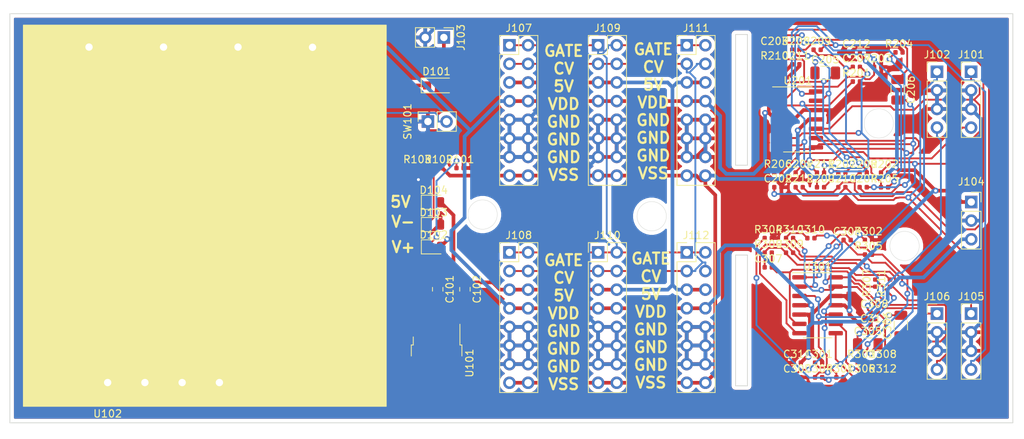
<source format=kicad_pcb>
(kicad_pcb (version 20171130) (host pcbnew "(5.1.5-0-10_14)")
  (layers (0 F.Cu signal) (31 B.Cu signal) (34 B.Paste user) (35 F.Paste user) (36 B.SilkS user) (37 F.SilkS user) (38 B.Mask user) (39 F.Mask user) (44 Edge.Cuts user))
  (net 0 "")
  (net 1 GND)
  (net 2 /Vin)
  (net 3 +5V)
  (net 4 /Sheet60388400/INPUT_L)
  (net 5 /Sheet60388400/INPUT_R)
  (net 6 "Net-(C203-Pad1)")
  (net 7 "Net-(C203-Pad2)")
  (net 8 "Net-(C204-Pad1)")
  (net 9 "Net-(C204-Pad2)")
  (net 10 "Net-(C205-Pad1)")
  (net 11 "Net-(C206-Pad1)")
  (net 12 "Net-(C207-Pad2)")
  (net 13 "Net-(C207-Pad1)")
  (net 14 "Net-(C208-Pad1)")
  (net 15 "Net-(C208-Pad2)")
  (net 16 /Sheet60388400/OUTPUT_L)
  (net 17 /Sheet60388400/OUTPUT_R)
  (net 18 VDD)
  (net 19 VSS)
  (net 20 /sheet603BB079/INPUT_L)
  (net 21 /sheet603BB079/INPUT_R)
  (net 22 "Net-(C303-Pad2)")
  (net 23 "Net-(C303-Pad1)")
  (net 24 "Net-(C304-Pad2)")
  (net 25 "Net-(C304-Pad1)")
  (net 26 "Net-(C305-Pad1)")
  (net 27 "Net-(C306-Pad1)")
  (net 28 "Net-(C307-Pad1)")
  (net 29 "Net-(C307-Pad2)")
  (net 30 "Net-(C308-Pad1)")
  (net 31 "Net-(C308-Pad2)")
  (net 32 /sheet603BB079/OUTPUT_L)
  (net 33 /sheet603BB079/OUTPUT_R)
  (net 34 "Net-(D101-Pad2)")
  (net 35 "Net-(D102-Pad1)")
  (net 36 "Net-(D103-Pad1)")
  (net 37 "Net-(D104-Pad1)")
  (net 38 /CV)
  (net 39 /GATE)
  (net 40 "Net-(SW101-Pad2)")
  (module Capacitor_SMD:C_0402_1005Metric (layer F.Cu) (at 131.822 52.2518)
    (fp_text reference C201 (at 0 -1.17) (layer F.SilkS))
    (fp_text value 100p)
    (pad 2 smd roundrect (at 0.485 0) (size 0.59 0.64) (layers F.Cu F.Paste F.Mask) (net 1 GND))
    (pad 1 smd roundrect (at -0.485 0) (size 0.59 0.64) (layers F.Cu F.Paste F.Mask) (net 4 /Sheet60388400/INPUT_L))
  )
  (module Capacitor_SMD:C_0402_1005Metric (layer F.Cu) (at 128.912 54.2418)
    (fp_text reference C202 (at 0 -1.17) (layer F.SilkS))
    (fp_text value 100p)
    (pad 2 smd roundrect (at 0.485 0) (size 0.59 0.64) (layers F.Cu F.Paste F.Mask) (net 1 GND))
    (pad 1 smd roundrect (at -0.485 0) (size 0.59 0.64) (layers F.Cu F.Paste F.Mask) (net 5 /Sheet60388400/INPUT_R))
  )
  (module Capacitor_SMD:C_0402_1005Metric (layer F.Cu) (at 128.449 35.4962)
    (fp_text reference C203 (at 0 -1.17) (layer F.SilkS))
    (fp_text value 1n)
    (pad 1 smd roundrect (at -0.485 0) (size 0.59 0.64) (layers F.Cu F.Paste F.Mask) (net 6 "Net-(C203-Pad1)"))
    (pad 2 smd roundrect (at 0.485 0) (size 0.59 0.64) (layers F.Cu F.Paste F.Mask) (net 7 "Net-(C203-Pad2)"))
  )
  (module Capacitor_SMD:C_0402_1005Metric (layer F.Cu) (at 140.552 54.2418)
    (fp_text reference C204 (at 0 -1.17) (layer F.SilkS))
    (fp_text value 1n)
    (pad 1 smd roundrect (at -0.485 0) (size 0.59 0.64) (layers F.Cu F.Paste F.Mask) (net 8 "Net-(C204-Pad1)"))
    (pad 2 smd roundrect (at 0.485 0) (size 0.59 0.64) (layers F.Cu F.Paste F.Mask) (net 9 "Net-(C204-Pad2)"))
  )
  (module Capacitor_SMD:C_0402_1005Metric (layer F.Cu) (at 139.618 37.8442)
    (fp_text reference C207 (at 0 -1.17) (layer F.SilkS))
    (fp_text value 22n)
    (pad 2 smd roundrect (at 0.485 0) (size 0.59 0.64) (layers F.Cu F.Paste F.Mask) (net 12 "Net-(C207-Pad2)"))
    (pad 1 smd roundrect (at -0.485 0) (size 0.59 0.64) (layers F.Cu F.Paste F.Mask) (net 13 "Net-(C207-Pad1)"))
  )
  (module Capacitor_SMD:C_0402_1005Metric (layer F.Cu) (at 140.552 52.2518)
    (fp_text reference C208 (at 0 -1.17) (layer F.SilkS))
    (fp_text value 22n)
    (pad 1 smd roundrect (at -0.485 0) (size 0.59 0.64) (layers F.Cu F.Paste F.Mask) (net 14 "Net-(C208-Pad1)"))
    (pad 2 smd roundrect (at 0.485 0) (size 0.59 0.64) (layers F.Cu F.Paste F.Mask) (net 15 "Net-(C208-Pad2)"))
  )
  (module Capacitor_SMD:C_0402_1005Metric (layer F.Cu) (at 134.269 35.4962)
    (fp_text reference C209 (at 0 -1.17) (layer F.SilkS))
    (fp_text value 100p)
    (pad 1 smd roundrect (at -0.485 0) (size 0.59 0.64) (layers F.Cu F.Paste F.Mask) (net 13 "Net-(C207-Pad1)"))
    (pad 2 smd roundrect (at 0.485 0) (size 0.59 0.64) (layers F.Cu F.Paste F.Mask) (net 16 /Sheet60388400/OUTPUT_L))
  )
  (module Capacitor_SMD:C_0402_1005Metric (layer F.Cu) (at 137.642 54.2418)
    (fp_text reference C210 (at 0 -1.17) (layer F.SilkS))
    (fp_text value 100p)
    (pad 2 smd roundrect (at 0.485 0) (size 0.59 0.64) (layers F.Cu F.Paste F.Mask) (net 17 /Sheet60388400/OUTPUT_R))
    (pad 1 smd roundrect (at -0.485 0) (size 0.59 0.64) (layers F.Cu F.Paste F.Mask) (net 14 "Net-(C208-Pad1)"))
  )
  (module Capacitor_SMD:C_0402_1005Metric (layer F.Cu) (at 131.359 37.4862)
    (fp_text reference C211 (at 0 -1.17) (layer F.SilkS))
    (fp_text value 0.1u)
    (pad 2 smd roundrect (at 0.485 0) (size 0.59 0.64) (layers F.Cu F.Paste F.Mask) (net 18 VDD))
    (pad 1 smd roundrect (at -0.485 0) (size 0.59 0.64) (layers F.Cu F.Paste F.Mask) (net 1 GND))
  )
  (module Capacitor_SMD:C_0402_1005Metric (layer F.Cu) (at 139.618 35.8542)
    (fp_text reference C212 (at 0 -1.17) (layer F.SilkS))
    (fp_text value 0.1u)
    (pad 1 smd roundrect (at -0.485 0) (size 0.59 0.64) (layers F.Cu F.Paste F.Mask) (net 1 GND))
    (pad 2 smd roundrect (at 0.485 0) (size 0.59 0.64) (layers F.Cu F.Paste F.Mask) (net 19 VSS))
  )
  (module Capacitor_SMD:C_0402_1005Metric (layer F.Cu) (at 134.469 78.1785)
    (fp_text reference C301 (at 0 -1.17) (layer F.SilkS))
    (fp_text value 100p)
    (pad 1 smd roundrect (at -0.485 0) (size 0.59 0.64) (layers F.Cu F.Paste F.Mask) (net 20 /sheet603BB079/INPUT_L))
    (pad 2 smd roundrect (at 0.485 0) (size 0.59 0.64) (layers F.Cu F.Paste F.Mask) (net 1 GND))
  )
  (module Capacitor_SMD:C_0402_1005Metric (layer F.Cu) (at 131.559 80.1685)
    (fp_text reference C302 (at 0 -1.17) (layer F.SilkS))
    (fp_text value 100p)
    (pad 1 smd roundrect (at -0.485 0) (size 0.59 0.64) (layers F.Cu F.Paste F.Mask) (net 21 /sheet603BB079/INPUT_R))
    (pad 2 smd roundrect (at 0.485 0) (size 0.59 0.64) (layers F.Cu F.Paste F.Mask) (net 1 GND))
  )
  (module Capacitor_SMD:C_0402_1005Metric (layer F.Cu) (at 138.362 61.4407)
    (fp_text reference C303 (at 0 -1.17) (layer F.SilkS))
    (fp_text value 1n)
    (pad 2 smd roundrect (at 0.485 0) (size 0.59 0.64) (layers F.Cu F.Paste F.Mask) (net 22 "Net-(C303-Pad2)"))
    (pad 1 smd roundrect (at -0.485 0) (size 0.59 0.64) (layers F.Cu F.Paste F.Mask) (net 23 "Net-(C303-Pad1)"))
  )
  (module Capacitor_SMD:C_0402_1005Metric (layer F.Cu) (at 134.469 80.1685)
    (fp_text reference C304 (at 0 -1.17) (layer F.SilkS))
    (fp_text value 1n)
    (pad 2 smd roundrect (at 0.485 0) (size 0.59 0.64) (layers F.Cu F.Paste F.Mask) (net 24 "Net-(C304-Pad2)"))
    (pad 1 smd roundrect (at -0.485 0) (size 0.59 0.64) (layers F.Cu F.Paste F.Mask) (net 25 "Net-(C304-Pad1)"))
  )
  (module Capacitor_SMD:C_0402_1005Metric (layer F.Cu) (at 127.6 65.164)
    (fp_text reference C307 (at 0 -1.17) (layer F.SilkS))
    (fp_text value 22n)
    (pad 1 smd roundrect (at -0.485 0) (size 0.59 0.64) (layers F.Cu F.Paste F.Mask) (net 28 "Net-(C307-Pad1)"))
    (pad 2 smd roundrect (at 0.485 0) (size 0.59 0.64) (layers F.Cu F.Paste F.Mask) (net 29 "Net-(C307-Pad2)"))
  )
  (module Capacitor_SMD:C_0402_1005Metric (layer F.Cu) (at 142.063 71.3357)
    (fp_text reference C308 (at 0 -1.17) (layer F.SilkS))
    (fp_text value 22n)
    (pad 1 smd roundrect (at -0.485 0) (size 0.59 0.64) (layers F.Cu F.Paste F.Mask) (net 30 "Net-(C308-Pad1)"))
    (pad 2 smd roundrect (at 0.485 0) (size 0.59 0.64) (layers F.Cu F.Paste F.Mask) (net 31 "Net-(C308-Pad2)"))
  )
  (module Capacitor_SMD:C_0402_1005Metric (layer F.Cu) (at 130.51 63.174)
    (fp_text reference C309 (at 0 -1.17) (layer F.SilkS))
    (fp_text value 100p)
    (pad 2 smd roundrect (at 0.485 0) (size 0.59 0.64) (layers F.Cu F.Paste F.Mask) (net 32 /sheet603BB079/OUTPUT_L))
    (pad 1 smd roundrect (at -0.485 0) (size 0.59 0.64) (layers F.Cu F.Paste F.Mask) (net 28 "Net-(C307-Pad1)"))
  )
  (module Capacitor_SMD:C_0402_1005Metric (layer F.Cu) (at 133.42 61.184)
    (fp_text reference C310 (at 0 -1.17) (layer F.SilkS))
    (fp_text value 100p)
    (pad 2 smd roundrect (at 0.485 0) (size 0.59 0.64) (layers F.Cu F.Paste F.Mask) (net 33 /sheet603BB079/OUTPUT_R))
    (pad 1 smd roundrect (at -0.485 0) (size 0.59 0.64) (layers F.Cu F.Paste F.Mask) (net 30 "Net-(C308-Pad1)"))
  )
  (module Capacitor_SMD:C_0402_1005Metric (layer F.Cu) (at 131.559 78.1785)
    (fp_text reference C311 (at 0 -1.17) (layer F.SilkS))
    (fp_text value 0.1u)
    (pad 1 smd roundrect (at -0.485 0) (size 0.59 0.64) (layers F.Cu F.Paste F.Mask) (net 1 GND))
    (pad 2 smd roundrect (at 0.485 0) (size 0.59 0.64) (layers F.Cu F.Paste F.Mask) (net 18 VDD))
  )
  (module Capacitor_SMD:C_0402_1005Metric (layer F.Cu) (at 142.063 73.3257)
    (fp_text reference C312 (at 0 -1.17) (layer F.SilkS))
    (fp_text value 0.1u)
    (pad 2 smd roundrect (at 0.485 0) (size 0.59 0.64) (layers F.Cu F.Paste F.Mask) (net 19 VSS))
    (pad 1 smd roundrect (at -0.485 0) (size 0.59 0.64) (layers F.Cu F.Paste F.Mask) (net 1 GND))
  )
  (module LED_SMD:LED_0805_2012Metric (layer F.Cu) (at 81.9761 62.373)
    (fp_text reference D102 (at 0 -1.65) (layer F.SilkS))
    (fp_text value +V)
    (pad 1 smd roundrect (at -0.9375 0) (size 0.975 1.4) (layers F.Cu F.Paste F.Mask) (net 35 "Net-(D102-Pad1)"))
    (pad 2 smd roundrect (at 0.9375 0) (size 0.975 1.4) (layers F.Cu F.Paste F.Mask) (net 18 VDD))
  )
  (module LED_SMD:LED_0805_2012Metric (layer F.Cu) (at 81.9761 59.333)
    (fp_text reference D103 (at 0 -1.65) (layer F.SilkS))
    (fp_text value -V)
    (pad 2 smd roundrect (at 0.9375 0) (size 0.975 1.4) (layers F.Cu F.Paste F.Mask) (net 1 GND))
    (pad 1 smd roundrect (at -0.9375 0) (size 0.975 1.4) (layers F.Cu F.Paste F.Mask) (net 36 "Net-(D103-Pad1)"))
  )
  (module LED_SMD:LED_0805_2012Metric (layer F.Cu) (at 81.9761 56.293)
    (fp_text reference D104 (at 0 -1.65) (layer F.SilkS))
    (fp_text value 5V)
    (pad 1 smd roundrect (at -0.9375 0) (size 0.975 1.4) (layers F.Cu F.Paste F.Mask) (net 37 "Net-(D104-Pad1)"))
    (pad 2 smd roundrect (at 0.9375 0) (size 0.975 1.4) (layers F.Cu F.Paste F.Mask) (net 3 +5V))
  )
  (module Connector_PinHeader_2.54mm:PinHeader_1x02_P2.54mm_Vertical (layer F.Cu) (at 83.3628 33.8201 270)
    (fp_text reference J103 (at 0 -2.33 90) (layer F.SilkS))
    (fp_text value Barrel_Jack)
    (pad 1 thru_hole rect (at 0 0 270) (size 1.7 1.7) (drill 1) (layers *.Cu *.Mask) (net 34 "Net-(D101-Pad2)"))
    (pad 2 thru_hole oval (at 0 2.54 270) (size 1.7 1.7) (drill 1) (layers *.Cu *.Mask) (net 1 GND))
  )
  (module Connector_PinHeader_2.54mm:PinHeader_2x08_P2.54mm_Vertical (layer F.Cu) (at 92.3087 34.8767)
    (fp_text reference J107 (at 1.27 -2.33) (layer F.SilkS))
    (fp_text value 1)
    (pad 16 thru_hole oval (at 2.54 17.78) (size 1.7 1.7) (drill 1) (layers *.Cu *.Mask) (net 19 VSS))
    (pad 15 thru_hole oval (at 0 17.78) (size 1.7 1.7) (drill 1) (layers *.Cu *.Mask) (net 19 VSS))
    (pad 14 thru_hole oval (at 2.54 15.24) (size 1.7 1.7) (drill 1) (layers *.Cu *.Mask) (net 1 GND))
    (pad 13 thru_hole oval (at 0 15.24) (size 1.7 1.7) (drill 1) (layers *.Cu *.Mask) (net 1 GND))
    (pad 12 thru_hole oval (at 2.54 12.7) (size 1.7 1.7) (drill 1) (layers *.Cu *.Mask) (net 1 GND))
    (pad 11 thru_hole oval (at 0 12.7) (size 1.7 1.7) (drill 1) (layers *.Cu *.Mask) (net 1 GND))
    (pad 10 thru_hole oval (at 2.54 10.16) (size 1.7 1.7) (drill 1) (layers *.Cu *.Mask) (net 1 GND))
    (pad 9 thru_hole oval (at 0 10.16) (size 1.7 1.7) (drill 1) (layers *.Cu *.Mask) (net 1 GND))
    (pad 8 thru_hole oval (at 2.54 7.62) (size 1.7 1.7) (drill 1) (layers *.Cu *.Mask) (net 18 VDD))
    (pad 7 thru_hole oval (at 0 7.62) (size 1.7 1.7) (drill 1) (layers *.Cu *.Mask) (net 18 VDD))
    (pad 6 thru_hole oval (at 2.54 5.08) (size 1.7 1.7) (drill 1) (layers *.Cu *.Mask) (net 3 +5V))
    (pad 5 thru_hole oval (at 0 5.08) (size 1.7 1.7) (drill 1) (layers *.Cu *.Mask) (net 3 +5V))
    (pad 4 thru_hole oval (at 2.54 2.54) (size 1.7 1.7) (drill 1) (layers *.Cu *.Mask) (net 38 /CV))
    (pad 3 thru_hole oval (at 0 2.54) (size 1.7 1.7) (drill 1) (layers *.Cu *.Mask) (net 38 /CV))
    (pad 2 thru_hole oval (at 2.54 0) (size 1.7 1.7) (drill 1) (layers *.Cu *.Mask) (net 39 /GATE))
    (pad 1 thru_hole rect (at 0 0) (size 1.7 1.7) (drill 1) (layers *.Cu *.Mask) (net 39 /GATE))
  )
  (module Connector_PinHeader_2.54mm:PinHeader_1x04_P2.54mm_Vertical (layer F.Cu) (at 155.265 38.4919)
    (fp_text reference J101 (at 0 -2.33) (layer F.SilkS))
    (fp_text value PHONO1)
    (pad 4 thru_hole oval (at 0 7.62) (size 1.7 1.7) (drill 1) (layers *.Cu *.Mask) (net 4 /Sheet60388400/INPUT_L))
    (pad 3 thru_hole oval (at 0 5.08) (size 1.7 1.7) (drill 1) (layers *.Cu *.Mask) (net 1 GND))
    (pad 2 thru_hole oval (at 0 2.54) (size 1.7 1.7) (drill 1) (layers *.Cu *.Mask) (net 1 GND))
    (pad 1 thru_hole rect (at 0 0) (size 1.7 1.7) (drill 1) (layers *.Cu *.Mask) (net 5 /Sheet60388400/INPUT_R))
  )
  (module Connector_PinHeader_2.54mm:PinHeader_1x04_P2.54mm_Vertical (layer F.Cu) (at 150.615 38.4919)
    (fp_text reference J102 (at 0 -2.33) (layer F.SilkS))
    (fp_text value PHONO2)
    (pad 4 thru_hole oval (at 0 7.62) (size 1.7 1.7) (drill 1) (layers *.Cu *.Mask) (net 20 /sheet603BB079/INPUT_L))
    (pad 3 thru_hole oval (at 0 5.08) (size 1.7 1.7) (drill 1) (layers *.Cu *.Mask) (net 1 GND))
    (pad 2 thru_hole oval (at 0 2.54) (size 1.7 1.7) (drill 1) (layers *.Cu *.Mask) (net 1 GND))
    (pad 1 thru_hole rect (at 0 0) (size 1.7 1.7) (drill 1) (layers *.Cu *.Mask) (net 21 /sheet603BB079/INPUT_R))
  )
  (module Connector_PinHeader_2.54mm:PinHeader_1x04_P2.54mm_Vertical (layer F.Cu) (at 155.265 71.4763)
    (fp_text reference J105 (at 0 -2.33) (layer F.SilkS))
    (fp_text value PHONO1_OUT)
    (pad 1 thru_hole rect (at 0 0) (size 1.7 1.7) (drill 1) (layers *.Cu *.Mask) (net 17 /Sheet60388400/OUTPUT_R))
    (pad 2 thru_hole oval (at 0 2.54) (size 1.7 1.7) (drill 1) (layers *.Cu *.Mask) (net 1 GND))
    (pad 3 thru_hole oval (at 0 5.08) (size 1.7 1.7) (drill 1) (layers *.Cu *.Mask) (net 1 GND))
    (pad 4 thru_hole oval (at 0 7.62) (size 1.7 1.7) (drill 1) (layers *.Cu *.Mask) (net 16 /Sheet60388400/OUTPUT_L))
  )
  (module Connector_PinHeader_2.54mm:PinHeader_1x04_P2.54mm_Vertical (layer F.Cu) (at 150.615 71.4763)
    (fp_text reference J106 (at 0 -2.33) (layer F.SilkS))
    (fp_text value PHONO2_OUT)
    (pad 1 thru_hole rect (at 0 0) (size 1.7 1.7) (drill 1) (layers *.Cu *.Mask) (net 33 /sheet603BB079/OUTPUT_R))
    (pad 2 thru_hole oval (at 0 2.54) (size 1.7 1.7) (drill 1) (layers *.Cu *.Mask) (net 1 GND))
    (pad 3 thru_hole oval (at 0 5.08) (size 1.7 1.7) (drill 1) (layers *.Cu *.Mask) (net 1 GND))
    (pad 4 thru_hole oval (at 0 7.62) (size 1.7 1.7) (drill 1) (layers *.Cu *.Mask) (net 32 /sheet603BB079/OUTPUT_L))
  )
  (module Connector_PinHeader_2.54mm:PinHeader_2x08_P2.54mm_Vertical (layer F.Cu) (at 92.3087 63.1317)
    (fp_text reference J108 (at 1.27 -2.33) (layer F.SilkS))
    (fp_text value 2)
    (pad 1 thru_hole rect (at 0 0) (size 1.7 1.7) (drill 1) (layers *.Cu *.Mask) (net 39 /GATE))
    (pad 2 thru_hole oval (at 2.54 0) (size 1.7 1.7) (drill 1) (layers *.Cu *.Mask) (net 39 /GATE))
    (pad 3 thru_hole oval (at 0 2.54) (size 1.7 1.7) (drill 1) (layers *.Cu *.Mask) (net 38 /CV))
    (pad 4 thru_hole oval (at 2.54 2.54) (size 1.7 1.7) (drill 1) (layers *.Cu *.Mask) (net 38 /CV))
    (pad 5 thru_hole oval (at 0 5.08) (size 1.7 1.7) (drill 1) (layers *.Cu *.Mask) (net 3 +5V))
    (pad 6 thru_hole oval (at 2.54 5.08) (size 1.7 1.7) (drill 1) (layers *.Cu *.Mask) (net 3 +5V))
    (pad 7 thru_hole oval (at 0 7.62) (size 1.7 1.7) (drill 1) (layers *.Cu *.Mask) (net 18 VDD))
    (pad 8 thru_hole oval (at 2.54 7.62) (size 1.7 1.7) (drill 1) (layers *.Cu *.Mask) (net 18 VDD))
    (pad 9 thru_hole oval (at 0 10.16) (size 1.7 1.7) (drill 1) (layers *.Cu *.Mask) (net 1 GND))
    (pad 10 thru_hole oval (at 2.54 10.16) (size 1.7 1.7) (drill 1) (layers *.Cu *.Mask) (net 1 GND))
    (pad 11 thru_hole oval (at 0 12.7) (size 1.7 1.7) (drill 1) (layers *.Cu *.Mask) (net 1 GND))
    (pad 12 thru_hole oval (at 2.54 12.7) (size 1.7 1.7) (drill 1) (layers *.Cu *.Mask) (net 1 GND))
    (pad 13 thru_hole oval (at 0 15.24) (size 1.7 1.7) (drill 1) (layers *.Cu *.Mask) (net 1 GND))
    (pad 14 thru_hole oval (at 2.54 15.24) (size 1.7 1.7) (drill 1) (layers *.Cu *.Mask) (net 1 GND))
    (pad 15 thru_hole oval (at 0 17.78) (size 1.7 1.7) (drill 1) (layers *.Cu *.Mask) (net 19 VSS))
    (pad 16 thru_hole oval (at 2.54 17.78) (size 1.7 1.7) (drill 1) (layers *.Cu *.Mask) (net 19 VSS))
  )
  (module Connector_PinHeader_2.54mm:PinHeader_2x08_P2.54mm_Vertical (layer F.Cu) (at 104.399 34.8767)
    (fp_text reference J109 (at 1.27 -2.33) (layer F.SilkS))
    (fp_text value 3)
    (pad 16 thru_hole oval (at 2.54 17.78) (size 1.7 1.7) (drill 1) (layers *.Cu *.Mask) (net 19 VSS))
    (pad 15 thru_hole oval (at 0 17.78) (size 1.7 1.7) (drill 1) (layers *.Cu *.Mask) (net 19 VSS))
    (pad 14 thru_hole oval (at 2.54 15.24) (size 1.7 1.7) (drill 1) (layers *.Cu *.Mask) (net 1 GND))
    (pad 13 thru_hole oval (at 0 15.24) (size 1.7 1.7) (drill 1) (layers *.Cu *.Mask) (net 1 GND))
    (pad 12 thru_hole oval (at 2.54 12.7) (size 1.7 1.7) (drill 1) (layers *.Cu *.Mask) (net 1 GND))
    (pad 11 thru_hole oval (at 0 12.7) (size 1.7 1.7) (drill 1) (layers *.Cu *.Mask) (net 1 GND))
    (pad 10 thru_hole oval (at 2.54 10.16) (size 1.7 1.7) (drill 1) (layers *.Cu *.Mask) (net 1 GND))
    (pad 9 thru_hole oval (at 0 10.16) (size 1.7 1.7) (drill 1) (layers *.Cu *.Mask) (net 1 GND))
    (pad 8 thru_hole oval (at 2.54 7.62) (size 1.7 1.7) (drill 1) (layers *.Cu *.Mask) (net 18 VDD))
    (pad 7 thru_hole oval (at 0 7.62) (size 1.7 1.7) (drill 1) (layers *.Cu *.Mask) (net 18 VDD))
    (pad 6 thru_hole oval (at 2.54 5.08) (size 1.7 1.7) (drill 1) (layers *.Cu *.Mask) (net 3 +5V))
    (pad 5 thru_hole oval (at 0 5.08) (size 1.7 1.7) (drill 1) (layers *.Cu *.Mask) (net 3 +5V))
    (pad 4 thru_hole oval (at 2.54 2.54) (size 1.7 1.7) (drill 1) (layers *.Cu *.Mask) (net 38 /CV))
    (pad 3 thru_hole oval (at 0 2.54) (size 1.7 1.7) (drill 1) (layers *.Cu *.Mask) (net 38 /CV))
    (pad 2 thru_hole oval (at 2.54 0) (size 1.7 1.7) (drill 1) (layers *.Cu *.Mask) (net 39 /GATE))
    (pad 1 thru_hole rect (at 0 0) (size 1.7 1.7) (drill 1) (layers *.Cu *.Mask) (net 39 /GATE))
  )
  (module Connector_PinHeader_2.54mm:PinHeader_2x08_P2.54mm_Vertical (layer F.Cu) (at 104.399 63.1317)
    (fp_text reference J110 (at 1.27 -2.33) (layer F.SilkS))
    (fp_text value 4)
    (pad 1 thru_hole rect (at 0 0) (size 1.7 1.7) (drill 1) (layers *.Cu *.Mask) (net 39 /GATE))
    (pad 2 thru_hole oval (at 2.54 0) (size 1.7 1.7) (drill 1) (layers *.Cu *.Mask) (net 39 /GATE))
    (pad 3 thru_hole oval (at 0 2.54) (size 1.7 1.7) (drill 1) (layers *.Cu *.Mask) (net 38 /CV))
    (pad 4 thru_hole oval (at 2.54 2.54) (size 1.7 1.7) (drill 1) (layers *.Cu *.Mask) (net 38 /CV))
    (pad 5 thru_hole oval (at 0 5.08) (size 1.7 1.7) (drill 1) (layers *.Cu *.Mask) (net 3 +5V))
    (pad 6 thru_hole oval (at 2.54 5.08) (size 1.7 1.7) (drill 1) (layers *.Cu *.Mask) (net 3 +5V))
    (pad 7 thru_hole oval (at 0 7.62) (size 1.7 1.7) (drill 1) (layers *.Cu *.Mask) (net 18 VDD))
    (pad 8 thru_hole oval (at 2.54 7.62) (size 1.7 1.7) (drill 1) (layers *.Cu *.Mask) (net 18 VDD))
    (pad 9 thru_hole oval (at 0 10.16) (size 1.7 1.7) (drill 1) (layers *.Cu *.Mask) (net 1 GND))
    (pad 10 thru_hole oval (at 2.54 10.16) (size 1.7 1.7) (drill 1) (layers *.Cu *.Mask) (net 1 GND))
    (pad 11 thru_hole oval (at 0 12.7) (size 1.7 1.7) (drill 1) (layers *.Cu *.Mask) (net 1 GND))
    (pad 12 thru_hole oval (at 2.54 12.7) (size 1.7 1.7) (drill 1) (layers *.Cu *.Mask) (net 1 GND))
    (pad 13 thru_hole oval (at 0 15.24) (size 1.7 1.7) (drill 1) (layers *.Cu *.Mask) (net 1 GND))
    (pad 14 thru_hole oval (at 2.54 15.24) (size 1.7 1.7) (drill 1) (layers *.Cu *.Mask) (net 1 GND))
    (pad 15 thru_hole oval (at 0 17.78) (size 1.7 1.7) (drill 1) (layers *.Cu *.Mask) (net 19 VSS))
    (pad 16 thru_hole oval (at 2.54 17.78) (size 1.7 1.7) (drill 1) (layers *.Cu *.Mask) (net 19 VSS))
  )
  (module Connector_PinHeader_2.54mm:PinHeader_2x08_P2.54mm_Vertical (layer F.Cu) (at 116.489 34.8767)
    (fp_text reference J111 (at 1.27 -2.33) (layer F.SilkS))
    (fp_text value 5)
    (pad 16 thru_hole oval (at 2.54 17.78) (size 1.7 1.7) (drill 1) (layers *.Cu *.Mask) (net 19 VSS))
    (pad 15 thru_hole oval (at 0 17.78) (size 1.7 1.7) (drill 1) (layers *.Cu *.Mask) (net 19 VSS))
    (pad 14 thru_hole oval (at 2.54 15.24) (size 1.7 1.7) (drill 1) (layers *.Cu *.Mask) (net 1 GND))
    (pad 13 thru_hole oval (at 0 15.24) (size 1.7 1.7) (drill 1) (layers *.Cu *.Mask) (net 1 GND))
    (pad 12 thru_hole oval (at 2.54 12.7) (size 1.7 1.7) (drill 1) (layers *.Cu *.Mask) (net 1 GND))
    (pad 11 thru_hole oval (at 0 12.7) (size 1.7 1.7) (drill 1) (layers *.Cu *.Mask) (net 1 GND))
    (pad 10 thru_hole oval (at 2.54 10.16) (size 1.7 1.7) (drill 1) (layers *.Cu *.Mask) (net 1 GND))
    (pad 9 thru_hole oval (at 0 10.16) (size 1.7 1.7) (drill 1) (layers *.Cu *.Mask) (net 1 GND))
    (pad 8 thru_hole oval (at 2.54 7.62) (size 1.7 1.7) (drill 1) (layers *.Cu *.Mask) (net 18 VDD))
    (pad 7 thru_hole oval (at 0 7.62) (size 1.7 1.7) (drill 1) (layers *.Cu *.Mask) (net 18 VDD))
    (pad 6 thru_hole oval (at 2.54 5.08) (size 1.7 1.7) (drill 1) (layers *.Cu *.Mask) (net 3 +5V))
    (pad 5 thru_hole oval (at 0 5.08) (size 1.7 1.7) (drill 1) (layers *.Cu *.Mask) (net 3 +5V))
    (pad 4 thru_hole oval (at 2.54 2.54) (size 1.7 1.7) (drill 1) (layers *.Cu *.Mask) (net 38 /CV))
    (pad 3 thru_hole oval (at 0 2.54) (size 1.7 1.7) (drill 1) (layers *.Cu *.Mask) (net 38 /CV))
    (pad 2 thru_hole oval (at 2.54 0) (size 1.7 1.7) (drill 1) (layers *.Cu *.Mask) (net 39 /GATE))
    (pad 1 thru_hole rect (at 0 0) (size 1.7 1.7) (drill 1) (layers *.Cu *.Mask) (net 39 /GATE))
  )
  (module Connector_PinHeader_2.54mm:PinHeader_2x08_P2.54mm_Vertical (layer F.Cu) (at 116.489 63.1317)
    (fp_text reference J112 (at 1.27 -2.33) (layer F.SilkS))
    (fp_text value 6)
    (pad 1 thru_hole rect (at 0 0) (size 1.7 1.7) (drill 1) (layers *.Cu *.Mask) (net 39 /GATE))
    (pad 2 thru_hole oval (at 2.54 0) (size 1.7 1.7) (drill 1) (layers *.Cu *.Mask) (net 39 /GATE))
    (pad 3 thru_hole oval (at 0 2.54) (size 1.7 1.7) (drill 1) (layers *.Cu *.Mask) (net 38 /CV))
    (pad 4 thru_hole oval (at 2.54 2.54) (size 1.7 1.7) (drill 1) (layers *.Cu *.Mask) (net 38 /CV))
    (pad 5 thru_hole oval (at 0 5.08) (size 1.7 1.7) (drill 1) (layers *.Cu *.Mask) (net 3 +5V))
    (pad 6 thru_hole oval (at 2.54 5.08) (size 1.7 1.7) (drill 1) (layers *.Cu *.Mask) (net 3 +5V))
    (pad 7 thru_hole oval (at 0 7.62) (size 1.7 1.7) (drill 1) (layers *.Cu *.Mask) (net 18 VDD))
    (pad 8 thru_hole oval (at 2.54 7.62) (size 1.7 1.7) (drill 1) (layers *.Cu *.Mask) (net 18 VDD))
    (pad 9 thru_hole oval (at 0 10.16) (size 1.7 1.7) (drill 1) (layers *.Cu *.Mask) (net 1 GND))
    (pad 10 thru_hole oval (at 2.54 10.16) (size 1.7 1.7) (drill 1) (layers *.Cu *.Mask) (net 1 GND))
    (pad 11 thru_hole oval (at 0 12.7) (size 1.7 1.7) (drill 1) (layers *.Cu *.Mask) (net 1 GND))
    (pad 12 thru_hole oval (at 2.54 12.7) (size 1.7 1.7) (drill 1) (layers *.Cu *.Mask) (net 1 GND))
    (pad 13 thru_hole oval (at 0 15.24) (size 1.7 1.7) (drill 1) (layers *.Cu *.Mask) (net 1 GND))
    (pad 14 thru_hole oval (at 2.54 15.24) (size 1.7 1.7) (drill 1) (layers *.Cu *.Mask) (net 1 GND))
    (pad 15 thru_hole oval (at 0 17.78) (size 1.7 1.7) (drill 1) (layers *.Cu *.Mask) (net 19 VSS))
    (pad 16 thru_hole oval (at 2.54 17.78) (size 1.7 1.7) (drill 1) (layers *.Cu *.Mask) (net 19 VSS))
  )
  (module Resistor_SMD:R_0402_1005Metric (layer F.Cu) (at 85.5717 51.6204)
    (fp_text reference R101 (at 0 -1.17) (layer F.SilkS))
    (fp_text value 560)
    (pad 1 smd roundrect (at -0.485 0) (size 0.59 0.64) (layers F.Cu F.Paste F.Mask) (net 35 "Net-(D102-Pad1)"))
    (pad 2 smd roundrect (at 0.485 0) (size 0.59 0.64) (layers F.Cu F.Paste F.Mask) (net 1 GND))
  )
  (module Resistor_SMD:R_0402_1005Metric (layer F.Cu) (at 82.6617 51.6204)
    (fp_text reference R102 (at 0 -1.17) (layer F.SilkS))
    (fp_text value 560)
    (pad 2 smd roundrect (at 0.485 0) (size 0.59 0.64) (layers F.Cu F.Paste F.Mask) (net 19 VSS))
    (pad 1 smd roundrect (at -0.485 0) (size 0.59 0.64) (layers F.Cu F.Paste F.Mask) (net 36 "Net-(D103-Pad1)"))
  )
  (module Resistor_SMD:R_0402_1005Metric (layer F.Cu) (at 79.7517 51.6204)
    (fp_text reference R103 (at 0 -1.17) (layer F.SilkS))
    (fp_text value 200)
    (pad 1 smd roundrect (at -0.485 0) (size 0.59 0.64) (layers F.Cu F.Paste F.Mask) (net 37 "Net-(D104-Pad1)"))
    (pad 2 smd roundrect (at 0.485 0) (size 0.59 0.64) (layers F.Cu F.Paste F.Mask) (net 1 GND))
  )
  (module Resistor_SMD:R_0402_1005Metric (layer F.Cu) (at 139.618 39.8342)
    (fp_text reference R201 (at 0 -1.17) (layer F.SilkS))
    (fp_text value 47k)
    (pad 1 smd roundrect (at -0.485 0) (size 0.59 0.64) (layers F.Cu F.Paste F.Mask) (net 4 /Sheet60388400/INPUT_L))
    (pad 2 smd roundrect (at 0.485 0) (size 0.59 0.64) (layers F.Cu F.Paste F.Mask) (net 1 GND))
  )
  (module Resistor_SMD:R_0402_1005Metric (layer F.Cu) (at 143.462 52.2518)
    (fp_text reference R202 (at 0 -1.17) (layer F.SilkS))
    (fp_text value 47k)
    (pad 2 smd roundrect (at 0.485 0) (size 0.59 0.64) (layers F.Cu F.Paste F.Mask) (net 1 GND))
    (pad 1 smd roundrect (at -0.485 0) (size 0.59 0.64) (layers F.Cu F.Paste F.Mask) (net 5 /Sheet60388400/INPUT_R))
  )
  (module Resistor_SMD:R_0402_1005Metric (layer F.Cu) (at 142.528 37.8442)
    (fp_text reference R203 (at 0 -1.17) (layer F.SilkS))
    (fp_text value 2k2)
    (pad 1 smd roundrect (at -0.485 0) (size 0.59 0.64) (layers F.Cu F.Paste F.Mask) (net 7 "Net-(C203-Pad2)"))
    (pad 2 smd roundrect (at 0.485 0) (size 0.59 0.64) (layers F.Cu F.Paste F.Mask) (net 1 GND))
  )
  (module Resistor_SMD:R_0402_1005Metric (layer F.Cu) (at 145.438 35.8542)
    (fp_text reference R204 (at 0 -1.17) (layer F.SilkS))
    (fp_text value 2k2)
    (pad 2 smd roundrect (at 0.485 0) (size 0.59 0.64) (layers F.Cu F.Paste F.Mask) (net 1 GND))
    (pad 1 smd roundrect (at -0.485 0) (size 0.59 0.64) (layers F.Cu F.Paste F.Mask) (net 9 "Net-(C204-Pad2)"))
  )
  (module Resistor_SMD:R_0402_1005Metric (layer F.Cu) (at 143.462 54.2418)
    (fp_text reference R205 (at 0 -1.17) (layer F.SilkS))
    (fp_text value 68k)
    (pad 2 smd roundrect (at 0.485 0) (size 0.59 0.64) (layers F.Cu F.Paste F.Mask) (net 7 "Net-(C203-Pad2)"))
    (pad 1 smd roundrect (at -0.485 0) (size 0.59 0.64) (layers F.Cu F.Paste F.Mask) (net 6 "Net-(C203-Pad1)"))
  )
  (module Resistor_SMD:R_0402_1005Metric (layer F.Cu) (at 128.912 52.2518)
    (fp_text reference R206 (at 0 -1.17) (layer F.SilkS))
    (fp_text value 68k)
    (pad 1 smd roundrect (at -0.485 0) (size 0.59 0.64) (layers F.Cu F.Paste F.Mask) (net 8 "Net-(C204-Pad1)"))
    (pad 2 smd roundrect (at 0.485 0) (size 0.59 0.64) (layers F.Cu F.Paste F.Mask) (net 9 "Net-(C204-Pad2)"))
  )
  (module Resistor_SMD:R_0402_1005Metric (layer F.Cu) (at 137.642 52.2518)
    (fp_text reference R207 (at 0 -1.17) (layer F.SilkS))
    (fp_text value 5k1)
    (pad 2 smd roundrect (at 0.485 0) (size 0.59 0.64) (layers F.Cu F.Paste F.Mask) (net 10 "Net-(C205-Pad1)"))
    (pad 1 smd roundrect (at -0.485 0) (size 0.59 0.64) (layers F.Cu F.Paste F.Mask) (net 12 "Net-(C207-Pad2)"))
  )
  (module Resistor_SMD:R_0402_1005Metric (layer F.Cu) (at 131.359 35.4962)
    (fp_text reference R208 (at 0 -1.17) (layer F.SilkS))
    (fp_text value 5k1)
    (pad 2 smd roundrect (at 0.485 0) (size 0.59 0.64) (layers F.Cu F.Paste F.Mask) (net 11 "Net-(C206-Pad1)"))
    (pad 1 smd roundrect (at -0.485 0) (size 0.59 0.64) (layers F.Cu F.Paste F.Mask) (net 15 "Net-(C208-Pad2)"))
  )
  (module Resistor_SMD:R_0402_1005Metric (layer F.Cu) (at 134.732 54.2418)
    (fp_text reference R209 (at 0 -1.17) (layer F.SilkS))
    (fp_text value 150k)
    (pad 1 smd roundrect (at -0.485 0) (size 0.59 0.64) (layers F.Cu F.Paste F.Mask) (net 13 "Net-(C207-Pad1)"))
    (pad 2 smd roundrect (at 0.485 0) (size 0.59 0.64) (layers F.Cu F.Paste F.Mask) (net 12 "Net-(C207-Pad2)"))
  )
  (module Resistor_SMD:R_0402_1005Metric (layer F.Cu) (at 128.449 37.4862)
    (fp_text reference R210 (at 0 -1.17) (layer F.SilkS))
    (fp_text value 150k)
    (pad 1 smd roundrect (at -0.485 0) (size 0.59 0.64) (layers F.Cu F.Paste F.Mask) (net 14 "Net-(C208-Pad1)"))
    (pad 2 smd roundrect (at 0.485 0) (size 0.59 0.64) (layers F.Cu F.Paste F.Mask) (net 15 "Net-(C208-Pad2)"))
  )
  (module Resistor_SMD:R_0402_1005Metric (layer F.Cu) (at 134.732 52.2518)
    (fp_text reference R211 (at 0 -1.17) (layer F.SilkS))
    (fp_text value 15k)
    (pad 2 smd roundrect (at 0.485 0) (size 0.59 0.64) (layers F.Cu F.Paste F.Mask) (net 13 "Net-(C207-Pad1)"))
    (pad 1 smd roundrect (at -0.485 0) (size 0.59 0.64) (layers F.Cu F.Paste F.Mask) (net 16 /Sheet60388400/OUTPUT_L))
  )
  (module Resistor_SMD:R_0402_1005Metric (layer F.Cu) (at 131.822 54.2418)
    (fp_text reference R212 (at 0 -1.17) (layer F.SilkS))
    (fp_text value 15k)
    (pad 2 smd roundrect (at 0.485 0) (size 0.59 0.64) (layers F.Cu F.Paste F.Mask) (net 14 "Net-(C208-Pad1)"))
    (pad 1 smd roundrect (at -0.485 0) (size 0.59 0.64) (layers F.Cu F.Paste F.Mask) (net 17 /Sheet60388400/OUTPUT_R))
  )
  (module Resistor_SMD:R_0402_1005Metric (layer F.Cu) (at 137.379 80.1685)
    (fp_text reference R301 (at 0 -1.17) (layer F.SilkS))
    (fp_text value 47k)
    (pad 1 smd roundrect (at -0.485 0) (size 0.59 0.64) (layers F.Cu F.Paste F.Mask) (net 20 /sheet603BB079/INPUT_L))
    (pad 2 smd roundrect (at 0.485 0) (size 0.59 0.64) (layers F.Cu F.Paste F.Mask) (net 1 GND))
  )
  (module Resistor_SMD:R_0402_1005Metric (layer F.Cu) (at 141.272 61.4407)
    (fp_text reference R302 (at 0 -1.17) (layer F.SilkS))
    (fp_text value 47k)
    (pad 1 smd roundrect (at -0.485 0) (size 0.59 0.64) (layers F.Cu F.Paste F.Mask) (net 21 /sheet603BB079/INPUT_R))
    (pad 2 smd roundrect (at 0.485 0) (size 0.59 0.64) (layers F.Cu F.Paste F.Mask) (net 1 GND))
  )
  (module Resistor_SMD:R_0402_1005Metric (layer F.Cu) (at 140.289 78.1785)
    (fp_text reference R303 (at 0 -1.17) (layer F.SilkS))
    (fp_text value 2k2)
    (pad 2 smd roundrect (at 0.485 0) (size 0.59 0.64) (layers F.Cu F.Paste F.Mask) (net 1 GND))
    (pad 1 smd roundrect (at -0.485 0) (size 0.59 0.64) (layers F.Cu F.Paste F.Mask) (net 22 "Net-(C303-Pad2)"))
  )
  (module Resistor_SMD:R_0402_1005Metric (layer F.Cu) (at 127.6 61.184)
    (fp_text reference R304 (at 0 -1.17) (layer F.SilkS))
    (fp_text value 2k2)
    (pad 2 smd roundrect (at 0.485 0) (size 0.59 0.64) (layers F.Cu F.Paste F.Mask) (net 1 GND))
    (pad 1 smd roundrect (at -0.485 0) (size 0.59 0.64) (layers F.Cu F.Paste F.Mask) (net 24 "Net-(C304-Pad2)"))
  )
  (module Resistor_SMD:R_0402_1005Metric (layer F.Cu) (at 141.272 63.4307)
    (fp_text reference R305 (at 0 -1.17) (layer F.SilkS))
    (fp_text value 68k)
    (pad 1 smd roundrect (at -0.485 0) (size 0.59 0.64) (layers F.Cu F.Paste F.Mask) (net 23 "Net-(C303-Pad1)"))
    (pad 2 smd roundrect (at 0.485 0) (size 0.59 0.64) (layers F.Cu F.Paste F.Mask) (net 22 "Net-(C303-Pad2)"))
  )
  (module Resistor_SMD:R_0402_1005Metric (layer F.Cu) (at 140.289 80.1685)
    (fp_text reference R306 (at 0 -1.17) (layer F.SilkS))
    (fp_text value 68k)
    (pad 1 smd roundrect (at -0.485 0) (size 0.59 0.64) (layers F.Cu F.Paste F.Mask) (net 25 "Net-(C304-Pad1)"))
    (pad 2 smd roundrect (at 0.485 0) (size 0.59 0.64) (layers F.Cu F.Paste F.Mask) (net 24 "Net-(C304-Pad2)"))
  )
  (module Resistor_SMD:R_0402_1005Metric (layer F.Cu) (at 142.215 67.3213 90)
    (fp_text reference R307 (at 0 -1.17 90) (layer F.SilkS))
    (fp_text value 5k1)
    (pad 1 smd roundrect (at -0.485 0 90) (size 0.59 0.64) (layers F.Cu F.Paste F.Mask) (net 29 "Net-(C307-Pad2)"))
    (pad 2 smd roundrect (at 0.485 0 90) (size 0.59 0.64) (layers F.Cu F.Paste F.Mask) (net 26 "Net-(C305-Pad1)"))
  )
  (module Resistor_SMD:R_0402_1005Metric (layer F.Cu) (at 143.199 78.1785)
    (fp_text reference R308 (at 0 -1.17) (layer F.SilkS))
    (fp_text value 5k1)
    (pad 2 smd roundrect (at 0.485 0) (size 0.59 0.64) (layers F.Cu F.Paste F.Mask) (net 27 "Net-(C306-Pad1)"))
    (pad 1 smd roundrect (at -0.485 0) (size 0.59 0.64) (layers F.Cu F.Paste F.Mask) (net 31 "Net-(C308-Pad2)"))
  )
  (module Resistor_SMD:R_0402_1005Metric (layer F.Cu) (at 127.6 63.174)
    (fp_text reference R309 (at 0 -1.17) (layer F.SilkS))
    (fp_text value 150k)
    (pad 2 smd roundrect (at 0.485 0) (size 0.59 0.64) (layers F.Cu F.Paste F.Mask) (net 29 "Net-(C307-Pad2)"))
    (pad 1 smd roundrect (at -0.485 0) (size 0.59 0.64) (layers F.Cu F.Paste F.Mask) (net 28 "Net-(C307-Pad1)"))
  )
  (module Resistor_SMD:R_0402_1005Metric (layer F.Cu) (at 130.51 61.184)
    (fp_text reference R310 (at 0 -1.17) (layer F.SilkS))
    (fp_text value 150k)
    (pad 2 smd roundrect (at 0.485 0) (size 0.59 0.64) (layers F.Cu F.Paste F.Mask) (net 31 "Net-(C308-Pad2)"))
    (pad 1 smd roundrect (at -0.485 0) (size 0.59 0.64) (layers F.Cu F.Paste F.Mask) (net 30 "Net-(C308-Pad1)"))
  )
  (module Resistor_SMD:R_0402_1005Metric (layer F.Cu) (at 144.205 67.3213 90)
    (fp_text reference R311 (at 0 -1.17 90) (layer F.SilkS))
    (fp_text value 15k)
    (pad 1 smd roundrect (at -0.485 0 90) (size 0.59 0.64) (layers F.Cu F.Paste F.Mask) (net 32 /sheet603BB079/OUTPUT_L))
    (pad 2 smd roundrect (at 0.485 0 90) (size 0.59 0.64) (layers F.Cu F.Paste F.Mask) (net 28 "Net-(C307-Pad1)"))
  )
  (module Resistor_SMD:R_0402_1005Metric (layer F.Cu) (at 143.199 80.1685)
    (fp_text reference R312 (at 0 -1.17) (layer F.SilkS))
    (fp_text value 15k)
    (pad 1 smd roundrect (at -0.485 0) (size 0.59 0.64) (layers F.Cu F.Paste F.Mask) (net 33 /sheet603BB079/OUTPUT_R))
    (pad 2 smd roundrect (at 0.485 0) (size 0.59 0.64) (layers F.Cu F.Paste F.Mask) (net 30 "Net-(C308-Pad1)"))
  )
  (module Connector_PinSocket_2.54mm:PinSocket_1x02_P2.54mm_Vertical (layer F.Cu) (at 81.1885 45.2831 90)
    (fp_text reference SW101 (at 0 -2.77 90) (layer F.SilkS))
    (fp_text value ON/OFF)
    (pad 1 thru_hole rect (at 0 0 90) (size 1.7 1.7) (drill 1) (layers *.Cu *.Mask) (net 1 GND))
    (pad 2 thru_hole oval (at 0 2.54 90) (size 1.7 1.7) (drill 1) (layers *.Cu *.Mask) (net 40 "Net-(SW101-Pad2)"))
  )
  (module Package_TO_SOT_SMD:TO-252-2 (layer F.Cu) (at 82.3722 78.2275 270)
    (fp_text reference U101 (at 0 -4.5 90) (layer F.SilkS))
    (fp_text value L7805)
    (pad 1 smd rect (at -4.2 -2.28 270) (size 2.2 1.2) (layers F.Cu F.Paste F.Mask) (net 2 /Vin))
    (pad 3 smd rect (at -4.2 2.28 270) (size 2.2 1.2) (layers F.Cu F.Paste F.Mask) (net 3 +5V))
    (pad 2 smd rect (at 2.1 0 270) (size 6.4 5.8) (layers F.Cu F.Mask) (net 1 GND))
  )
  (module sam:DKA30 (layer F.Cu) (at 37.5133 84.6303)
    (fp_text reference U102 (at 0 0.5) (layer F.SilkS))
    (fp_text value DKA30)
    (pad 1 thru_hole circle (at 0 -3.75) (size 1.8 1.8) (drill 1) (layers *.Cu *.Mask) (net 40 "Net-(SW101-Pad2)"))
    (pad 2 thru_hole circle (at 5.08 -3.75) (size 1.8 1.8) (drill 1) (layers *.Cu *.Mask))
    (pad 3 thru_hole circle (at 10.16 -3.75) (size 1.8 1.8) (drill 1) (layers *.Cu *.Mask) (net 1 GND))
    (pad 4 thru_hole circle (at 15.24 -3.75) (size 1.8 1.8) (drill 1) (layers *.Cu *.Mask) (net 2 /Vin))
    (pad 5 thru_hole circle (at 27.94 -49.47) (size 1.8 1.8) (drill 1) (layers *.Cu *.Mask) (net 18 VDD))
    (pad 8 thru_hole circle (at -2.54 -49.5) (size 1.8 1.8) (drill 1) (layers *.Cu *.Mask))
    (pad 7 thru_hole circle (at 7.62 -49.5) (size 1.8 1.8) (drill 1) (layers *.Cu *.Mask) (net 19 VSS))
    (pad 6 thru_hole circle (at 17.78 -49.5) (size 1.8 1.8) (drill 1) (layers *.Cu *.Mask) (net 1 GND))
  )
  (module Package_SO:SOIC-14_3.9x8.7mm_P1.27mm (layer F.Cu) (at 131.636 44.9936)
    (fp_text reference U201 (at 0 -5.28) (layer F.SilkS))
    (fp_text value TL074)
    (pad 1 smd roundrect (at -2.475 -3.81) (size 1.95 0.6) (layers F.Cu F.Paste F.Mask) (net 6 "Net-(C203-Pad1)"))
    (pad 2 smd roundrect (at -2.475 -2.54) (size 1.95 0.6) (layers F.Cu F.Paste F.Mask) (net 7 "Net-(C203-Pad2)"))
    (pad 3 smd roundrect (at -2.475 -1.27) (size 1.95 0.6) (layers F.Cu F.Paste F.Mask) (net 4 /Sheet60388400/INPUT_L))
    (pad 4 smd roundrect (at -2.475 0) (size 1.95 0.6) (layers F.Cu F.Paste F.Mask) (net 18 VDD))
    (pad 5 smd roundrect (at -2.475 1.27) (size 1.95 0.6) (layers F.Cu F.Paste F.Mask) (net 1 GND))
    (pad 6 smd roundrect (at -2.475 2.54) (size 1.95 0.6) (layers F.Cu F.Paste F.Mask) (net 12 "Net-(C207-Pad2)"))
    (pad 7 smd roundrect (at -2.475 3.81) (size 1.95 0.6) (layers F.Cu F.Paste F.Mask) (net 16 /Sheet60388400/OUTPUT_L))
    (pad 8 smd roundrect (at 2.475 3.81) (size 1.95 0.6) (layers F.Cu F.Paste F.Mask) (net 8 "Net-(C204-Pad1)"))
    (pad 9 smd roundrect (at 2.475 2.54) (size 1.95 0.6) (layers F.Cu F.Paste F.Mask) (net 9 "Net-(C204-Pad2)"))
    (pad 10 smd roundrect (at 2.475 1.27) (size 1.95 0.6) (layers F.Cu F.Paste F.Mask) (net 5 /Sheet60388400/INPUT_R))
    (pad 11 smd roundrect (at 2.475 0) (size 1.95 0.6) (layers F.Cu F.Paste F.Mask) (net 19 VSS))
    (pad 12 smd roundrect (at 2.475 -1.27) (size 1.95 0.6) (layers F.Cu F.Paste F.Mask) (net 1 GND))
    (pad 13 smd roundrect (at 2.475 -2.54) (size 1.95 0.6) (layers F.Cu F.Paste F.Mask) (net 15 "Net-(C208-Pad2)"))
    (pad 14 smd roundrect (at 2.475 -3.81) (size 1.95 0.6) (layers F.Cu F.Paste F.Mask) (net 17 /Sheet60388400/OUTPUT_R))
  )
  (module Package_SO:SOIC-14_3.9x8.7mm_P1.27mm (layer F.Cu) (at 134.329 70.3412)
    (fp_text reference U301 (at 0 -5.28) (layer F.SilkS))
    (fp_text value TL074)
    (pad 14 smd roundrect (at 2.475 -3.81) (size 1.95 0.6) (layers F.Cu F.Paste F.Mask) (net 33 /sheet603BB079/OUTPUT_R))
    (pad 13 smd roundrect (at 2.475 -2.54) (size 1.95 0.6) (layers F.Cu F.Paste F.Mask) (net 31 "Net-(C308-Pad2)"))
    (pad 12 smd roundrect (at 2.475 -1.27) (size 1.95 0.6) (layers F.Cu F.Paste F.Mask) (net 1 GND))
    (pad 11 smd roundrect (at 2.475 0) (size 1.95 0.6) (layers F.Cu F.Paste F.Mask) (net 19 VSS))
    (pad 10 smd roundrect (at 2.475 1.27) (size 1.95 0.6) (layers F.Cu F.Paste F.Mask) (net 21 /sheet603BB079/INPUT_R))
    (pad 9 smd roundrect (at 2.475 2.54) (size 1.95 0.6) (layers F.Cu F.Paste F.Mask) (net 24 "Net-(C304-Pad2)"))
    (pad 8 smd roundrect (at 2.475 3.81) (size 1.95 0.6) (layers F.Cu F.Paste F.Mask) (net 25 "Net-(C304-Pad1)"))
    (pad 7 smd roundrect (at -2.475 3.81) (size 1.95 0.6) (layers F.Cu F.Paste F.Mask) (net 32 /sheet603BB079/OUTPUT_L))
    (pad 6 smd roundrect (at -2.475 2.54) (size 1.95 0.6) (layers F.Cu F.Paste F.Mask) (net 29 "Net-(C307-Pad2)"))
    (pad 5 smd roundrect (at -2.475 1.27) (size 1.95 0.6) (layers F.Cu F.Paste F.Mask) (net 1 GND))
    (pad 4 smd roundrect (at -2.475 0) (size 1.95 0.6) (layers F.Cu F.Paste F.Mask) (net 18 VDD))
    (pad 3 smd roundrect (at -2.475 -1.27) (size 1.95 0.6) (layers F.Cu F.Paste F.Mask) (net 20 /sheet603BB079/INPUT_L))
    (pad 2 smd roundrect (at -2.475 -2.54) (size 1.95 0.6) (layers F.Cu F.Paste F.Mask) (net 22 "Net-(C303-Pad2)"))
    (pad 1 smd roundrect (at -2.475 -3.81) (size 1.95 0.6) (layers F.Cu F.Paste F.Mask) (net 23 "Net-(C303-Pad1)"))
  )
  (module Capacitor_SMD:C_0805_2012Metric (layer F.Cu) (at 82.523 68.1584 270)
    (fp_text reference C101 (at 0 -1.65 90) (layer F.SilkS))
    (fp_text value 0.33uF)
    (pad 2 smd roundrect (at 0.9375 0 270) (size 0.975 1.4) (layers F.Cu F.Paste F.Mask) (net 1 GND))
    (pad 1 smd roundrect (at -0.9375 0 270) (size 0.975 1.4) (layers F.Cu F.Paste F.Mask) (net 2 /Vin))
  )
  (module Capacitor_SMD:C_0805_2012Metric (layer F.Cu) (at 86.2381 68.1584 270)
    (fp_text reference C102 (at 0 -1.65 90) (layer F.SilkS))
    (fp_text value 0.1uF)
    (pad 1 smd roundrect (at -0.9375 0 270) (size 0.975 1.4) (layers F.Cu F.Paste F.Mask) (net 3 +5V))
    (pad 2 smd roundrect (at 0.9375 0 270) (size 0.975 1.4) (layers F.Cu F.Paste F.Mask) (net 1 GND))
  )
  (module Diode_SMD:D_SOD-123F (layer F.Cu) (at 82.4814 40.3631)
    (fp_text reference D101 (at -0.127 -1.905) (layer F.SilkS))
    (fp_text value D)
    (pad 1 smd rect (at -1.4 0) (size 1.1 1.1) (layers F.Cu F.Paste F.Mask) (net 2 /Vin))
    (pad 2 smd rect (at 1.4 0) (size 1.1 1.1) (layers F.Cu F.Paste F.Mask) (net 34 "Net-(D101-Pad2)"))
  )
  (module Connector_PinSocket_2.54mm:PinSocket_1x03_P2.54mm_Vertical (layer F.Cu) (at 155.29 56.2591)
    (fp_text reference J104 (at 0 -2.77) (layer F.SilkS))
    (fp_text value Conn_01x03_Male)
    (pad 1 thru_hole rect (at 0 0) (size 1.7 1.7) (drill 1) (layers *.Cu *.Mask) (net 19 VSS))
    (pad 2 thru_hole oval (at 0 2.54) (size 1.7 1.7) (drill 1) (layers *.Cu *.Mask) (net 1 GND))
    (pad 3 thru_hole oval (at 0 5.08) (size 1.7 1.7) (drill 1) (layers *.Cu *.Mask) (net 18 VDD))
  )
  (module Capacitor_SMD:C_1206_3216Metric (layer F.Cu) (at 135.374 38.6563)
    (fp_text reference C205 (at 0 -1.82) (layer F.SilkS))
    (fp_text value 1u5)
    (pad 1 smd roundrect (at -1.4 0) (size 1.25 1.75) (layers F.Cu F.Paste F.Mask) (roundrect_rratio 0.2) (net 10 "Net-(C205-Pad1)"))
    (pad 2 smd roundrect (at 1.4 0) (size 1.25 1.75) (layers F.Cu F.Paste F.Mask) (roundrect_rratio 0.2) (net 6 "Net-(C203-Pad1)"))
  )
  (module Capacitor_SMD:C_1206_3216Metric (layer F.Cu) (at 145.258 40.955 270)
    (fp_text reference C206 (at 0 -1.82 90) (layer F.SilkS))
    (fp_text value 1u5)
    (pad 1 smd roundrect (at -1.4 0 270) (size 1.25 1.75) (layers F.Cu F.Paste F.Mask) (roundrect_rratio 0.2) (net 11 "Net-(C206-Pad1)"))
    (pad 2 smd roundrect (at 1.4 0 270) (size 1.25 1.75) (layers F.Cu F.Paste F.Mask) (roundrect_rratio 0.2) (net 8 "Net-(C204-Pad1)"))
  )
  (module Capacitor_SMD:C_1206_3216Metric (layer F.Cu) (at 141.183 75.7022)
    (fp_text reference C305 (at 0 -1.82) (layer F.SilkS))
    (fp_text value 1u5)
    (pad 2 smd roundrect (at 1.4 0) (size 1.25 1.75) (layers F.Cu F.Paste F.Mask) (roundrect_rratio 0.2) (net 23 "Net-(C303-Pad1)"))
    (pad 1 smd roundrect (at -1.4 0) (size 1.25 1.75) (layers F.Cu F.Paste F.Mask) (roundrect_rratio 0.2) (net 26 "Net-(C305-Pad1)"))
  )
  (module Capacitor_SMD:C_1206_3216Metric (layer F.Cu) (at 145.687 73.1037 90)
    (fp_text reference C306 (at 0 -1.82 90) (layer F.SilkS))
    (fp_text value 1u5)
    (pad 2 smd roundrect (at 1.4 0 90) (size 1.25 1.75) (layers F.Cu F.Paste F.Mask) (roundrect_rratio 0.2) (net 25 "Net-(C304-Pad1)"))
    (pad 1 smd roundrect (at -1.4 0 90) (size 1.25 1.75) (layers F.Cu F.Paste F.Mask) (roundrect_rratio 0.2) (net 27 "Net-(C306-Pad1)"))
  )
  (gr_text 5V (at 77.45476 56.24068) (layer F.SilkS) (effects (font (size 1.5 1.5) (thickness 0.3))))
  (gr_text V- (at 77.79766 58.94324) (layer F.SilkS) (effects (font (size 1.5 1.5) (thickness 0.3))))
  (gr_text V+ (at 77.8383 62.40272) (layer F.SilkS) (effects (font (size 1.5 1.5) (thickness 0.3))))
  (gr_line (start 160.95726 30.57906) (end 160.95726 86.37016) (layer Edge.Cuts) (width 0.1))
  (gr_line (start 24.17572 30.57906) (end 160.95726 30.57906) (layer Edge.Cuts) (width 0.1))
  (gr_line (start 24.17572 86.37016) (end 24.17572 30.57906) (layer Edge.Cuts) (width 0.1))
  (gr_line (start 160.95726 86.37016) (end 24.17572 86.37016) (layer Edge.Cuts) (width 0.1))
  (gr_line (start 123.1519 51.2445) (end 123.1519 33.4137) (layer Edge.Cuts) (width 0.1))
  (gr_line (start 124.75972 51.2445) (end 123.1519 51.2445) (layer Edge.Cuts) (width 0.1))
  (gr_line (start 123.1519 33.4137) (end 124.75972 33.4137) (layer Edge.Cuts) (width 0.1))
  (gr_line (start 124.75972 33.4137) (end 124.75972 51.2445) (layer Edge.Cuts) (width 0.1))
  (gr_line (start 124.75972 63.49238) (end 124.75972 81.32318) (layer Edge.Cuts) (width 0.1))
  (gr_line (start 123.1519 63.49238) (end 124.75972 63.49238) (layer Edge.Cuts) (width 0.1))
  (gr_line (start 123.1519 81.32318) (end 123.1519 63.49238) (layer Edge.Cuts) (width 0.1))
  (gr_line (start 124.75972 81.32318) (end 123.1519 81.32318) (layer Edge.Cuts) (width 0.1))
  (gr_circle (center 142.67942 45.53712) (end 144.67942 45.53712) (layer Edge.Cuts) (width 0.05))
  (gr_circle (center 88.64346 57.97042) (end 90.64346 57.97042) (layer Edge.Cuts) (width 0.05))
  (gr_circle (center 111.7092 58.19902) (end 113.7092 58.19902) (layer Edge.Cuts) (width 0.05))
  (gr_circle (center 146.19224 62.25794) (end 148.19224 62.25794) (layer Edge.Cuts) (width 0.05))
  (gr_text "GATE\nCV\n5V\nVDD\nGND\nGND\nGND\nVSS" (at 111.59998 72.43064) (layer F.SilkS) (effects (font (size 1.5 1.5) (thickness 0.3))))
  (gr_text "GATE\nCV\n5V\nVDD\nGND\nGND\nGND\nVSS" (at 111.9251 43.88866) (layer F.SilkS) (effects (font (size 1.5 1.5) (thickness 0.3))))
  (gr_text "GATE\nCV\n5V\nVDD\nGND\nGND\nGND\nVSS" (at 99.7077 44.1071) (layer F.SilkS) (effects (font (size 1.5 1.5) (thickness 0.3))))
  (gr_text "GATE\nCV\n5V\nVDD\nGND\nGND\nGND\nVSS" (at 99.7077 72.64908) (layer F.SilkS) (effects (font (size 1.5 1.5) (thickness 0.3))))
  (segment (start 80.083 53.208) (end 80.2367 53.0543) (width 0.5) (layer F.Cu) (net 1))
  (segment (start 80.2367 53.0543) (end 80.2367 51.6204) (width 0.5) (layer F.Cu) (net 1))
  (segment (start 79.8913 53.208) (end 80.083 53.208) (width 0.5) (layer F.Cu) (net 1))
  (segment (start 82.9136 59.333) (end 82.7789 59.333) (width 0.5) (layer F.Cu) (net 1))
  (segment (start 82.7789 59.333) (end 81.595 60.5169) (width 0.5) (layer F.Cu) (net 1))
  (segment (start 81.595 60.5169) (end 80.5184 60.5169) (width 0.5) (layer F.Cu) (net 1))
  (segment (start 80.5184 60.5169) (end 80.083 60.0815) (width 0.5) (layer F.Cu) (net 1))
  (segment (start 80.083 60.0815) (end 80.083 53.208) (width 0.5) (layer F.Cu) (net 1))
  (segment (start 81.1885 45.2831) (end 81.1885 46.5834) (width 0.5) (layer B.Cu) (net 1))
  (segment (start 81.1885 46.5834) (end 79.8913 47.8806) (width 0.5) (layer B.Cu) (net 1))
  (segment (start 79.8913 47.8806) (end 79.8913 53.208) (width 0.5) (layer B.Cu) (net 1))
  (segment (start 104.399 50.1167) (end 103.0908 51.4249) (width 0.5) (layer B.Cu) (net 1))
  (segment (start 103.0908 51.4249) (end 103.0908 71.9835) (width 0.5) (layer B.Cu) (net 1))
  (segment (start 103.0908 71.9835) (end 104.399 73.2917) (width 0.5) (layer B.Cu) (net 1))
  (segment (start 104.399 47.5767) (end 104.399 50.1167) (width 0.5) (layer B.Cu) (net 1))
  (segment (start 140.103 40.1144) (end 136.4938 43.7236) (width 0.5) (layer F.Cu) (net 1))
  (segment (start 136.4938 43.7236) (end 134.111 43.7236) (width 0.5) (layer F.Cu) (net 1))
  (segment (start 140.103 39.8342) (end 140.103 40.1144) (width 0.5) (layer F.Cu) (net 1))
  (segment (start 140.103 40.1144) (end 142.2432 40.1144) (width 0.5) (layer F.Cu) (net 1))
  (segment (start 142.2432 40.1144) (end 143.013 39.3446) (width 0.5) (layer F.Cu) (net 1))
  (segment (start 143.013 39.3446) (end 143.013 37.8442) (width 0.5) (layer F.Cu) (net 1))
  (segment (start 150.615 41.0319) (end 144.7003 41.0319) (width 0.5) (layer F.Cu) (net 1))
  (segment (start 144.7003 41.0319) (end 143.013 39.3446) (width 0.5) (layer F.Cu) (net 1))
  (segment (start 155.265 41.0319) (end 150.615 41.0319) (width 0.5) (layer F.Cu) (net 1))
  (segment (start 143.947 52.2518) (end 144.3115 52.6163) (width 0.5) (layer F.Cu) (net 1))
  (segment (start 144.3115 52.6163) (end 147.1194 52.6163) (width 0.5) (layer F.Cu) (net 1))
  (segment (start 147.1194 52.6163) (end 153.3022 58.7991) (width 0.5) (layer F.Cu) (net 1))
  (segment (start 153.3022 58.7991) (end 153.9897 58.7991) (width 0.5) (layer F.Cu) (net 1))
  (segment (start 141.5621 80.9467) (end 138.5239 80.9467) (width 0.5) (layer F.Cu) (net 1))
  (segment (start 138.5239 80.9467) (end 137.9148 80.3376) (width 0.5) (layer F.Cu) (net 1))
  (segment (start 149.3147 76.5563) (end 144.9243 80.9467) (width 0.5) (layer F.Cu) (net 1))
  (segment (start 144.9243 80.9467) (end 141.5621 80.9467) (width 0.5) (layer F.Cu) (net 1))
  (segment (start 141.5621 80.9467) (end 141.5621 78.9666) (width 0.5) (layer F.Cu) (net 1))
  (segment (start 141.5621 78.9666) (end 140.774 78.1785) (width 0.5) (layer F.Cu) (net 1))
  (segment (start 150.615 76.5563) (end 149.3147 76.5563) (width 0.5) (layer F.Cu) (net 1))
  (segment (start 137.9148 80.3376) (end 137.9148 80.2193) (width 0.5) (layer F.Cu) (net 1))
  (segment (start 137.9148 80.2193) (end 137.864 80.1685) (width 0.5) (layer F.Cu) (net 1))
  (segment (start 132.044 80.3807) (end 133.09 81.4267) (width 0.5) (layer F.Cu) (net 1))
  (segment (start 133.09 81.4267) (end 136.8257 81.4267) (width 0.5) (layer F.Cu) (net 1))
  (segment (start 136.8257 81.4267) (end 137.9148 80.3376) (width 0.5) (layer F.Cu) (net 1))
  (segment (start 143.013 35.0791) (end 145.3646 35.0791) (width 0.5) (layer F.Cu) (net 1))
  (segment (start 145.3646 35.0791) (end 145.923 35.6375) (width 0.5) (layer F.Cu) (net 1))
  (segment (start 145.923 35.6375) (end 145.923 35.8542) (width 0.5) (layer F.Cu) (net 1))
  (segment (start 139.133 35.8542) (end 139.133 35.5774) (width 0.5) (layer F.Cu) (net 1))
  (segment (start 139.133 35.5774) (end 139.6313 35.0791) (width 0.5) (layer F.Cu) (net 1))
  (segment (start 139.6313 35.0791) (end 143.013 35.0791) (width 0.5) (layer F.Cu) (net 1))
  (segment (start 143.013 37.8442) (end 143.013 35.0791) (width 0.5) (layer F.Cu) (net 1))
  (segment (start 129.397 59.872) (end 128.085 61.184) (width 0.5) (layer F.Cu) (net 1))
  (segment (start 129.397 54.2418) (end 129.397 59.872) (width 0.5) (layer F.Cu) (net 1))
  (segment (start 141.757 61.4407) (end 141.757 61.2044) (width 0.5) (layer F.Cu) (net 1))
  (segment (start 141.757 61.2044) (end 140.4246 59.872) (width 0.5) (layer F.Cu) (net 1))
  (segment (start 140.4246 59.872) (end 129.397 59.872) (width 0.5) (layer F.Cu) (net 1))
  (segment (start 129.397 53.9902) (end 129.397 54.2418) (width 0.5) (layer F.Cu) (net 1))
  (segment (start 141.578 73.3257) (end 141.578 72.6261) (width 0.5) (layer F.Cu) (net 1))
  (segment (start 141.578 72.6261) (end 138.0231 69.0712) (width 0.5) (layer F.Cu) (net 1))
  (segment (start 138.0231 69.0712) (end 136.804 69.0712) (width 0.5) (layer F.Cu) (net 1))
  (segment (start 133.2284 71.8894) (end 133.2799 71.9409) (width 0.5) (layer F.Cu) (net 1))
  (segment (start 133.2799 71.9409) (end 133.2799 76.5381) (width 0.5) (layer F.Cu) (net 1))
  (segment (start 131.854 71.6112) (end 132.9502 71.6112) (width 0.5) (layer F.Cu) (net 1))
  (segment (start 132.9502 71.6112) (end 133.2284 71.8894) (width 0.5) (layer F.Cu) (net 1))
  (segment (start 133.2284 71.8894) (end 136.0466 69.0712) (width 0.5) (layer F.Cu) (net 1))
  (segment (start 136.0466 69.0712) (end 136.804 69.0712) (width 0.5) (layer F.Cu) (net 1))
  (segment (start 133.2799 76.5381) (end 132.4809 76.5381) (width 0.5) (layer F.Cu) (net 1))
  (segment (start 132.4809 76.5381) (end 131.074 77.945) (width 0.5) (layer F.Cu) (net 1))
  (segment (start 131.074 77.945) (end 131.074 78.1785) (width 0.5) (layer F.Cu) (net 1))
  (segment (start 134.954 78.1785) (end 134.954 77.9581) (width 0.5) (layer F.Cu) (net 1))
  (segment (start 134.954 77.9581) (end 133.534 76.5381) (width 0.5) (layer F.Cu) (net 1))
  (segment (start 133.534 76.5381) (end 133.2799 76.5381) (width 0.5) (layer F.Cu) (net 1))
  (segment (start 127.5551 52.4715) (end 127.5551 52.5685) (width 0.5) (layer F.Cu) (net 1))
  (segment (start 127.5551 52.5685) (end 128.2334 53.2468) (width 0.5) (layer F.Cu) (net 1))
  (segment (start 128.2334 53.2468) (end 128.6536 53.2468) (width 0.5) (layer F.Cu) (net 1))
  (segment (start 128.6536 53.2468) (end 129.397 53.9902) (width 0.5) (layer F.Cu) (net 1))
  (segment (start 132.307 52.2518) (end 132.307 52.4686) (width 0.5) (layer F.Cu) (net 1))
  (segment (start 132.307 52.4686) (end 131.654 53.1216) (width 0.5) (layer F.Cu) (net 1))
  (segment (start 131.654 53.1216) (end 130.2656 53.1216) (width 0.5) (layer F.Cu) (net 1))
  (segment (start 130.2656 53.1216) (end 129.397 53.9902) (width 0.5) (layer F.Cu) (net 1))
  (segment (start 127.5551 52.4715) (end 127.5551 46.8206) (width 0.5) (layer F.Cu) (net 1))
  (segment (start 127.5551 46.8206) (end 128.1121 46.2636) (width 0.5) (layer F.Cu) (net 1))
  (segment (start 120.3293 50.1167) (end 120.3293 50.9294) (width 0.5) (layer F.Cu) (net 1))
  (segment (start 120.3293 50.9294) (end 121.8714 52.4715) (width 0.5) (layer F.Cu) (net 1))
  (segment (start 121.8714 52.4715) (end 127.5551 52.4715) (width 0.5) (layer F.Cu) (net 1))
  (segment (start 119.029 47.5767) (end 119.029 48.877) (width 0.5) (layer F.Cu) (net 1))
  (segment (start 117.759 50.1167) (end 118.9987 48.877) (width 0.5) (layer F.Cu) (net 1))
  (segment (start 118.9987 48.877) (end 119.029 48.877) (width 0.5) (layer F.Cu) (net 1))
  (segment (start 117.759 50.1167) (end 119.029 50.1167) (width 0.5) (layer F.Cu) (net 1))
  (segment (start 116.489 50.1167) (end 117.759 50.1167) (width 0.5) (layer F.Cu) (net 1))
  (segment (start 116.489 50.1167) (end 116.489 48.877) (width 0.5) (layer F.Cu) (net 1))
  (segment (start 116.489 47.5767) (end 116.489 45.0367) (width 0.5) (layer F.Cu) (net 1))
  (segment (start 116.489 48.2268) (end 116.489 47.5767) (width 0.5) (layer F.Cu) (net 1))
  (segment (start 116.489 48.2268) (end 116.489 48.877) (width 0.5) (layer F.Cu) (net 1))
  (segment (start 116.489 73.2917) (end 117.7287 73.2917) (width 0.5) (layer F.Cu) (net 1))
  (segment (start 116.489 75.8317) (end 116.489 73.2917) (width 0.5) (layer F.Cu) (net 1))
  (segment (start 119.029 73.2917) (end 117.7287 73.2917) (width 0.5) (layer F.Cu) (net 1))
  (segment (start 116.489 78.3717) (end 116.489 77.132) (width 0.5) (layer F.Cu) (net 1))
  (segment (start 119.029 78.3717) (end 116.489 78.3717) (width 0.5) (layer F.Cu) (net 1))
  (segment (start 116.489 76.4818) (end 116.489 75.8317) (width 0.5) (layer F.Cu) (net 1))
  (segment (start 116.489 76.4818) (end 116.489 77.132) (width 0.5) (layer F.Cu) (net 1))
  (segment (start 106.939 78.3717) (end 115.1887 78.3717) (width 0.5) (layer B.Cu) (net 1))
  (segment (start 116.489 78.3717) (end 115.1887 78.3717) (width 0.5) (layer B.Cu) (net 1))
  (segment (start 106.939 78.3717) (end 106.939 75.8317) (width 0.5) (layer B.Cu) (net 1))
  (segment (start 106.939 45.0367) (end 106.939 46.2764) (width 0.5) (layer F.Cu) (net 1))
  (segment (start 106.939 45.0367) (end 104.399 45.0367) (width 0.5) (layer F.Cu) (net 1))
  (segment (start 106.939 47.5767) (end 106.939 50.1167) (width 0.5) (layer F.Cu) (net 1))
  (segment (start 106.939 46.9265) (end 106.939 47.5767) (width 0.5) (layer F.Cu) (net 1))
  (segment (start 106.939 46.9265) (end 106.939 46.2764) (width 0.5) (layer F.Cu) (net 1))
  (segment (start 92.3087 47.5767) (end 92.3087 45.0367) (width 0.5) (layer B.Cu) (net 1))
  (segment (start 92.3087 50.1167) (end 92.3087 47.5767) (width 0.5) (layer B.Cu) (net 1))
  (segment (start 94.8487 45.0367) (end 93.609 45.0367) (width 0.5) (layer B.Cu) (net 1))
  (segment (start 80.8228 33.8201) (end 82.1232 32.5197) (width 0.5) (layer B.Cu) (net 1))
  (segment (start 82.1232 32.5197) (end 94.3718 32.5197) (width 0.5) (layer B.Cu) (net 1))
  (segment (start 94.3718 32.5197) (end 96.18 34.3279) (width 0.5) (layer B.Cu) (net 1))
  (segment (start 96.18 34.3279) (end 96.18 43.7054) (width 0.5) (layer B.Cu) (net 1))
  (segment (start 96.18 43.7054) (end 94.8487 45.0367) (width 0.5) (layer B.Cu) (net 1))
  (segment (start 92.3087 45.0367) (end 93.609 45.0367) (width 0.5) (layer B.Cu) (net 1))
  (segment (start 92.3087 50.1167) (end 93.5484 50.1167) (width 0.5) (layer B.Cu) (net 1))
  (segment (start 94.8487 50.1167) (end 93.5484 50.1167) (width 0.5) (layer B.Cu) (net 1))
  (segment (start 92.3087 78.3717) (end 92.3087 77.132) (width 0.5) (layer F.Cu) (net 1))
  (segment (start 92.3087 78.3717) (end 87.6783 78.3717) (width 0.5) (layer F.Cu) (net 1))
  (segment (start 87.6783 78.3717) (end 85.7225 80.3275) (width 0.5) (layer F.Cu) (net 1))
  (segment (start 92.3087 75.8317) (end 92.3087 77.132) (width 0.5) (layer F.Cu) (net 1))
  (segment (start 92.3087 73.2917) (end 91.0084 73.2917) (width 0.5) (layer F.Cu) (net 1))
  (segment (start 86.2381 69.0959) (end 82.523 69.0959) (width 0.5) (layer F.Cu) (net 1))
  (segment (start 91.0084 73.2917) (end 86.8126 69.0959) (width 0.5) (layer F.Cu) (net 1))
  (segment (start 86.8126 69.0959) (end 86.2381 69.0959) (width 0.5) (layer F.Cu) (net 1))
  (segment (start 81.1885 45.2831) (end 81.1885 46.5834) (width 0.5) (layer F.Cu) (net 1))
  (segment (start 86.0572 50.1518) (end 82.4888 46.5834) (width 0.5) (layer F.Cu) (net 1))
  (segment (start 82.4888 46.5834) (end 81.1885 46.5834) (width 0.5) (layer F.Cu) (net 1))
  (segment (start 92.3087 50.1167) (end 86.0923 50.1167) (width 0.5) (layer F.Cu) (net 1))
  (segment (start 86.0923 50.1167) (end 86.0572 50.1518) (width 0.5) (layer F.Cu) (net 1))
  (segment (start 86.0572 50.1518) (end 86.0572 51.6199) (width 0.5) (layer F.Cu) (net 1))
  (segment (start 86.0572 51.6199) (end 86.0567 51.6204) (width 0.5) (layer F.Cu) (net 1))
  (segment (start 80.8228 33.8201) (end 79.5225 33.8201) (width 0.5) (layer F.Cu) (net 1))
  (segment (start 79.5225 33.8201) (end 79.4536 33.7512) (width 0.5) (layer F.Cu) (net 1))
  (segment (start 79.4536 33.7512) (end 56.6724 33.7512) (width 0.5) (layer F.Cu) (net 1))
  (segment (start 56.6724 33.7512) (end 55.2933 35.1303) (width 0.5) (layer F.Cu) (net 1))
  (segment (start 155.265 43.5719) (end 156.5903 44.8972) (width 0.5) (layer B.Cu) (net 1))
  (segment (start 156.5903 44.8972) (end 156.5903 58.7991) (width 0.5) (layer B.Cu) (net 1))
  (segment (start 155.265 41.0319) (end 155.265 43.5719) (width 0.5) (layer B.Cu) (net 1))
  (segment (start 155.29 58.7991) (end 156.5903 58.7991) (width 0.5) (layer B.Cu) (net 1))
  (segment (start 155.265 74.0163) (end 156.5903 72.691) (width 0.5) (layer B.Cu) (net 1))
  (segment (start 156.5903 72.691) (end 156.5903 58.7991) (width 0.5) (layer B.Cu) (net 1))
  (segment (start 154.6149 76.5563) (end 151.9153 76.5563) (width 0.5) (layer B.Cu) (net 1))
  (segment (start 155.265 74.0163) (end 155.265 75.9062) (width 0.5) (layer B.Cu) (net 1))
  (segment (start 155.265 75.9062) (end 154.6149 76.5563) (width 0.5) (layer B.Cu) (net 1))
  (segment (start 150.615 76.5563) (end 151.9153 76.5563) (width 0.5) (layer B.Cu) (net 1))
  (segment (start 132.044 80.3807) (end 131.4641 80.9606) (width 0.5) (layer F.Cu) (net 1))
  (segment (start 131.4641 80.9606) (end 130.6606 80.9606) (width 0.5) (layer F.Cu) (net 1))
  (segment (start 130.6606 80.9606) (end 130.303 80.603) (width 0.5) (layer F.Cu) (net 1))
  (segment (start 130.303 80.603) (end 130.303 78.9495) (width 0.5) (layer F.Cu) (net 1))
  (segment (start 130.303 78.9495) (end 131.074 78.1785) (width 0.5) (layer F.Cu) (net 1))
  (segment (start 132.044 80.3807) (end 132.044 80.1685) (width 0.5) (layer F.Cu) (net 1))
  (segment (start 129.161 46.2636) (end 129.8706 46.2636) (width 0.5) (layer F.Cu) (net 1))
  (segment (start 129.8706 46.2636) (end 132.4106 43.7236) (width 0.5) (layer F.Cu) (net 1))
  (segment (start 132.4106 43.7236) (end 134.111 43.7236) (width 0.5) (layer F.Cu) (net 1))
  (segment (start 82.3722 80.3275) (end 85.7225 80.3275) (width 0.5) (layer F.Cu) (net 1))
  (segment (start 94.8487 78.3717) (end 92.3087 78.3717) (width 0.5) (layer F.Cu) (net 1))
  (segment (start 82.3722 80.3275) (end 79.0219 80.3275) (width 0.5) (layer F.Cu) (net 1))
  (segment (start 79.0219 80.3275) (end 77.1111 82.2383) (width 0.5) (layer F.Cu) (net 1))
  (segment (start 77.1111 82.2383) (end 49.0313 82.2383) (width 0.5) (layer F.Cu) (net 1))
  (segment (start 49.0313 82.2383) (end 47.6733 80.8803) (width 0.5) (layer F.Cu) (net 1))
  (segment (start 128.1121 46.2636) (end 126.2961 44.4476) (width 0.5) (layer F.Cu) (net 1))
  (segment (start 126.2961 44.4476) (end 126.2961 41.1795) (width 0.5) (layer F.Cu) (net 1))
  (segment (start 126.2961 41.1795) (end 129.1515 38.3241) (width 0.5) (layer F.Cu) (net 1))
  (segment (start 129.1515 38.3241) (end 130.0361 38.3241) (width 0.5) (layer F.Cu) (net 1))
  (segment (start 130.0361 38.3241) (end 130.874 37.4862) (width 0.5) (layer F.Cu) (net 1))
  (segment (start 129.161 46.2636) (end 128.1121 46.2636) (width 0.5) (layer F.Cu) (net 1))
  (segment (start 119.029 50.1167) (end 120.3293 50.1167) (width 0.5) (layer F.Cu) (net 1))
  (segment (start 94.8487 75.8317) (end 94.8487 73.2917) (width 0.5) (layer B.Cu) (net 1))
  (segment (start 155.29 58.7991) (end 153.9897 58.7991) (width 0.5) (layer F.Cu) (net 1))
  (segment (start 94.8487 45.0367) (end 94.8487 47.5767) (width 0.5) (layer B.Cu) (net 1))
  (segment (start 104.399 45.0367) (end 94.8487 45.0367) (width 0.5) (layer F.Cu) (net 1))
  (segment (start 104.399 45.0367) (end 104.399 47.5767) (width 0.5) (layer B.Cu) (net 1))
  (segment (start 116.489 45.0367) (end 106.939 45.0367) (width 0.5) (layer F.Cu) (net 1))
  (segment (start 119.029 45.0367) (end 116.489 45.0367) (width 0.5) (layer F.Cu) (net 1))
  (segment (start 150.615 41.0319) (end 150.615 43.5719) (width 0.5) (layer B.Cu) (net 1))
  (segment (start 155.265 76.5563) (end 154.6149 76.5563) (width 0.5) (layer B.Cu) (net 1))
  (segment (start 150.615 76.5563) (end 150.615 74.0163) (width 0.5) (layer B.Cu) (net 1))
  (segment (start 104.399 78.3717) (end 94.8487 78.3717) (width 0.5) (layer F.Cu) (net 1))
  (segment (start 92.3087 75.8317) (end 92.3087 73.2917) (width 0.5) (layer B.Cu) (net 1))
  (segment (start 94.8487 78.3717) (end 94.8487 75.8317) (width 0.5) (layer B.Cu) (net 1))
  (segment (start 106.939 78.3717) (end 104.399 78.3717) (width 0.5) (layer F.Cu) (net 1))
  (segment (start 104.399 75.8317) (end 104.399 73.2917) (width 0.5) (layer B.Cu) (net 1))
  (segment (start 104.399 78.3717) (end 104.399 75.8317) (width 0.5) (layer B.Cu) (net 1))
  (segment (start 106.939 75.8317) (end 106.939 73.2917) (width 0.5) (layer B.Cu) (net 1))
  (segment (start 119.029 78.3717) (end 119.029 75.8317) (width 0.5) (layer B.Cu) (net 1))
  (via (at 79.8913 53.208) (size 0.8) (layers F.Cu B.Cu) (net 1))
  (segment (start 56.9565 76.6771) (end 80.9523 76.6771) (width 0.5) (layer F.Cu) (net 2))
  (segment (start 80.9523 76.6771) (end 83.6019 74.0275) (width 0.5) (layer F.Cu) (net 2))
  (segment (start 52.7533 80.8803) (end 56.9565 76.6771) (width 0.5) (layer F.Cu) (net 2))
  (segment (start 81.0814 40.3631) (end 53.2854 40.3631) (width 0.5) (layer F.Cu) (net 2))
  (segment (start 53.2854 40.3631) (end 46.6603 33.738) (width 0.5) (layer F.Cu) (net 2))
  (segment (start 46.6603 33.738) (end 44.5679 33.738) (width 0.5) (layer F.Cu) (net 2))
  (segment (start 44.5679 33.738) (end 43.7691 34.5368) (width 0.5) (layer F.Cu) (net 2))
  (segment (start 43.7691 34.5368) (end 43.7691 63.4897) (width 0.5) (layer F.Cu) (net 2))
  (segment (start 43.7691 63.4897) (end 56.9565 76.6771) (width 0.5) (layer F.Cu) (net 2))
  (segment (start 84.6522 74.0275) (end 83.6019 74.0275) (width 0.5) (layer F.Cu) (net 2))
  (segment (start 82.523 67.2209) (end 81.3151 68.4288) (width 0.5) (layer F.Cu) (net 2))
  (segment (start 81.3151 68.4288) (end 81.3151 71.7407) (width 0.5) (layer F.Cu) (net 2))
  (segment (start 81.3151 71.7407) (end 83.6019 74.0275) (width 0.5) (layer F.Cu) (net 2))
  (segment (start 84.6766 66.2608) (end 85.278 66.2608) (width 0.5) (layer F.Cu) (net 3))
  (segment (start 85.278 66.2608) (end 86.2381 67.2209) (width 0.5) (layer F.Cu) (net 3))
  (segment (start 80.0922 74.0275) (end 80.0922 67.9679) (width 0.5) (layer F.Cu) (net 3))
  (segment (start 80.0922 67.9679) (end 81.7993 66.2608) (width 0.5) (layer F.Cu) (net 3))
  (segment (start 81.7993 66.2608) (end 84.6766 66.2608) (width 0.5) (layer F.Cu) (net 3))
  (segment (start 84.6766 66.2608) (end 84.6766 58.056) (width 0.5) (layer F.Cu) (net 3))
  (segment (start 84.6766 58.056) (end 82.9136 56.293) (width 0.5) (layer F.Cu) (net 3))
  (segment (start 114.5385 40.6069) (end 113.8882 39.9567) (width 0.5) (layer B.Cu) (net 3))
  (segment (start 113.8882 39.9567) (end 106.939 39.9567) (width 0.5) (layer B.Cu) (net 3))
  (segment (start 114.5385 67.5614) (end 114.5385 40.607) (width 0.5) (layer B.Cu) (net 3))
  (segment (start 114.5385 40.607) (end 114.5385 40.6069) (width 0.5) (layer B.Cu) (net 3))
  (segment (start 114.5385 40.6069) (end 115.1887 39.9567) (width 0.5) (layer B.Cu) (net 3))
  (segment (start 116.489 39.9567) (end 115.1887 39.9567) (width 0.5) (layer B.Cu) (net 3))
  (segment (start 106.939 68.2117) (end 113.8882 68.2117) (width 0.5) (layer B.Cu) (net 3))
  (segment (start 113.8882 68.2117) (end 114.5385 67.5614) (width 0.5) (layer B.Cu) (net 3))
  (segment (start 115.1887 68.2117) (end 114.5385 67.5614) (width 0.5) (layer B.Cu) (net 3))
  (segment (start 116.489 68.2117) (end 115.1887 68.2117) (width 0.5) (layer B.Cu) (net 3))
  (segment (start 92.3087 39.9567) (end 94.8487 39.9567) (width 0.5) (layer F.Cu) (net 3))
  (segment (start 104.399 39.9567) (end 94.8487 39.9567) (width 0.5) (layer F.Cu) (net 3))
  (segment (start 106.939 39.9567) (end 104.399 39.9567) (width 0.5) (layer F.Cu) (net 3))
  (segment (start 119.029 39.9567) (end 116.489 39.9567) (width 0.5) (layer F.Cu) (net 3))
  (segment (start 94.8487 68.2117) (end 93.609 68.2117) (width 0.5) (layer F.Cu) (net 3))
  (segment (start 104.399 68.2117) (end 94.8487 68.2117) (width 0.5) (layer F.Cu) (net 3))
  (segment (start 92.3087 68.2117) (end 93.609 68.2117) (width 0.5) (layer F.Cu) (net 3))
  (segment (start 105.0492 68.2117) (end 104.399 68.2117) (width 0.5) (layer F.Cu) (net 3))
  (segment (start 105.0492 68.2117) (end 105.6993 68.2117) (width 0.5) (layer F.Cu) (net 3))
  (segment (start 106.939 68.2117) (end 105.6993 68.2117) (width 0.5) (layer F.Cu) (net 3))
  (segment (start 119.029 68.2117) (end 116.489 68.2117) (width 0.5) (layer F.Cu) (net 3))
  (segment (start 92.3087 68.2117) (end 91.0084 68.2117) (width 0.5) (layer F.Cu) (net 3))
  (segment (start 86.2381 67.2209) (end 90.0176 67.2209) (width 0.5) (layer F.Cu) (net 3))
  (segment (start 90.0176 67.2209) (end 91.0084 68.2117) (width 0.5) (layer F.Cu) (net 3))
  (segment (start 154.0897 46.1119) (end 149.8909 50.3107) (width 0.25) (layer F.Cu) (net 4))
  (segment (start 149.8909 50.3107) (end 141.4349 50.3107) (width 0.25) (layer F.Cu) (net 4))
  (segment (start 141.4349 50.3107) (end 140.5717 49.4475) (width 0.25) (layer F.Cu) (net 4))
  (segment (start 140.5717 49.4475) (end 137.6239 49.4475) (width 0.25) (layer F.Cu) (net 4))
  (segment (start 137.6239 49.4475) (end 136.5262 50.5452) (width 0.25) (layer F.Cu) (net 4))
  (segment (start 136.5262 50.5452) (end 133.2245 50.5452) (width 0.25) (layer F.Cu) (net 4))
  (segment (start 155.265 46.1119) (end 154.0897 46.1119) (width 0.25) (layer F.Cu) (net 4))
  (segment (start 132.2534 43.0886) (end 129.796 43.0886) (width 0.25) (layer F.Cu) (net 4))
  (segment (start 129.796 43.0886) (end 129.161 43.7236) (width 0.25) (layer F.Cu) (net 4))
  (segment (start 139.133 39.8342) (end 135.8786 43.0886) (width 0.25) (layer F.Cu) (net 4))
  (segment (start 135.8786 43.0886) (end 132.2534 43.0886) (width 0.25) (layer F.Cu) (net 4))
  (segment (start 132.2534 43.0886) (end 132.2534 42.8506) (width 0.25) (layer F.Cu) (net 4))
  (segment (start 133.2245 50.5452) (end 133.2993 50.4704) (width 0.25) (layer B.Cu) (net 4))
  (segment (start 133.2993 50.4704) (end 133.2993 43.8965) (width 0.25) (layer B.Cu) (net 4))
  (segment (start 133.2993 43.8965) (end 132.2534 42.8506) (width 0.25) (layer B.Cu) (net 4))
  (segment (start 133.2245 50.5452) (end 132.9622 50.5452) (width 0.25) (layer F.Cu) (net 4))
  (segment (start 132.9622 50.5452) (end 131.337 52.1704) (width 0.25) (layer F.Cu) (net 4))
  (segment (start 131.337 52.1704) (end 131.337 52.2518) (width 0.25) (layer F.Cu) (net 4))
  (via (at 133.2245 50.5452) (size 0.8) (layers F.Cu B.Cu) (net 4))
  (via (at 132.2534 42.8506) (size 0.8) (layers F.Cu B.Cu) (net 4))
  (segment (start 147.6075 51.0455) (end 147.3955 50.8335) (width 0.25) (layer F.Cu) (net 5))
  (segment (start 147.3955 50.8335) (end 144.3341 50.8335) (width 0.25) (layer F.Cu) (net 5))
  (segment (start 144.3341 50.8335) (end 142.977 52.1906) (width 0.25) (layer F.Cu) (net 5))
  (segment (start 142.977 52.1906) (end 142.977 52.2518) (width 0.25) (layer F.Cu) (net 5))
  (segment (start 128.427 55.1633) (end 146.0324 55.1633) (width 0.25) (layer B.Cu) (net 5))
  (segment (start 146.0324 55.1633) (end 147.6075 53.5882) (width 0.25) (layer B.Cu) (net 5))
  (segment (start 147.6075 53.5882) (end 147.6075 51.0455) (width 0.25) (layer B.Cu) (net 5))
  (segment (start 134.111 46.2636) (end 134.111 46.2635) (width 0.25) (layer F.Cu) (net 5))
  (segment (start 134.111 46.2635) (end 136.0012 46.2635) (width 0.25) (layer F.Cu) (net 5))
  (segment (start 136.0012 46.2635) (end 139.0672 43.1975) (width 0.25) (layer F.Cu) (net 5))
  (segment (start 139.0672 43.1975) (end 144.2582 43.1975) (width 0.25) (layer F.Cu) (net 5))
  (segment (start 144.2582 43.1975) (end 144.7391 43.6784) (width 0.25) (layer F.Cu) (net 5))
  (segment (start 144.7391 43.6784) (end 147.5221 43.6784) (width 0.25) (layer F.Cu) (net 5))
  (segment (start 147.5221 43.6784) (end 148.8986 42.3019) (width 0.25) (layer F.Cu) (net 5))
  (segment (start 148.8986 42.3019) (end 155.6857 42.3019) (width 0.25) (layer F.Cu) (net 5))
  (segment (start 155.6857 42.3019) (end 156.4696 43.0858) (width 0.25) (layer F.Cu) (net 5))
  (segment (start 156.4696 43.0858) (end 156.4696 46.6084) (width 0.25) (layer F.Cu) (net 5))
  (segment (start 156.4696 46.6084) (end 152.0325 51.0455) (width 0.25) (layer F.Cu) (net 5))
  (segment (start 152.0325 51.0455) (end 147.6075 51.0455) (width 0.25) (layer F.Cu) (net 5))
  (segment (start 128.427 55.1633) (end 128.427 54.2418) (width 0.25) (layer F.Cu) (net 5))
  (segment (start 155.6857 42.3019) (end 156.4403 41.5473) (width 0.25) (layer F.Cu) (net 5))
  (segment (start 156.4403 41.5473) (end 156.4403 40.4751) (width 0.25) (layer F.Cu) (net 5))
  (segment (start 156.4403 40.4751) (end 155.6324 39.6672) (width 0.25) (layer F.Cu) (net 5))
  (segment (start 155.6324 39.6672) (end 155.265 39.6672) (width 0.25) (layer F.Cu) (net 5))
  (segment (start 155.265 38.4919) (end 155.265 39.6672) (width 0.25) (layer F.Cu) (net 5))
  (via (at 128.427 55.1633) (size 0.8) (layers F.Cu B.Cu) (net 5))
  (via (at 147.6075 51.0455) (size 0.8) (layers F.Cu B.Cu) (net 5))
  (segment (start 142.977 54.2418) (end 142.977 53.5638) (width 0.25) (layer F.Cu) (net 6))
  (segment (start 142.977 53.5638) (end 141.658 52.2448) (width 0.25) (layer F.Cu) (net 6))
  (segment (start 141.658 52.2448) (end 141.658 51.5215) (width 0.25) (layer F.Cu) (net 6))
  (segment (start 141.658 51.5215) (end 140.2915 50.155) (width 0.25) (layer F.Cu) (net 6))
  (segment (start 140.2915 50.155) (end 138.3256 50.155) (width 0.25) (layer F.Cu) (net 6))
  (segment (start 138.3256 50.155) (end 138.3078 50.1728) (width 0.25) (layer F.Cu) (net 6))
  (segment (start 135.1773 39.8026) (end 135.0952 39.8847) (width 0.25) (layer B.Cu) (net 6))
  (segment (start 135.0952 39.8847) (end 135.0952 46.9602) (width 0.25) (layer B.Cu) (net 6))
  (segment (start 135.0952 46.9602) (end 138.3078 50.1728) (width 0.25) (layer B.Cu) (net 6))
  (segment (start 132.4966 39.8628) (end 132.4966 37.0761) (width 0.25) (layer F.Cu) (net 6))
  (segment (start 132.4966 37.0761) (end 132.2148 36.7943) (width 0.25) (layer F.Cu) (net 6))
  (segment (start 132.2148 36.7943) (end 129.1854 36.7943) (width 0.25) (layer F.Cu) (net 6))
  (segment (start 129.1854 36.7943) (end 127.964 35.5729) (width 0.25) (layer F.Cu) (net 6))
  (segment (start 127.964 35.5729) (end 127.964 35.4962) (width 0.25) (layer F.Cu) (net 6))
  (segment (start 129.161 41.1836) (end 130.4215 39.9231) (width 0.25) (layer F.Cu) (net 6))
  (segment (start 130.4215 39.9231) (end 132.4363 39.9231) (width 0.25) (layer F.Cu) (net 6))
  (segment (start 132.4363 39.9231) (end 132.4966 39.8628) (width 0.25) (layer F.Cu) (net 6))
  (segment (start 132.4966 39.8628) (end 135.1171 39.8628) (width 0.25) (layer F.Cu) (net 6))
  (segment (start 135.1171 39.8628) (end 135.1773 39.8026) (width 0.25) (layer F.Cu) (net 6))
  (segment (start 135.1773 39.8026) (end 135.6277 39.8026) (width 0.25) (layer F.Cu) (net 6))
  (segment (start 135.6277 39.8026) (end 136.774 38.6563) (width 0.25) (layer F.Cu) (net 6))
  (via (at 138.3078 50.1728) (size 0.8) (layers F.Cu B.Cu) (net 6))
  (via (at 135.1773 39.8026) (size 0.8) (layers F.Cu B.Cu) (net 6))
  (segment (start 144.7685 53.4666) (end 144.7685 52.8223) (width 0.25) (layer B.Cu) (net 7))
  (segment (start 144.7685 52.8223) (end 145.7315 51.8593) (width 0.25) (layer B.Cu) (net 7))
  (segment (start 145.7315 51.8593) (end 145.7315 51.2583) (width 0.25) (layer B.Cu) (net 7))
  (segment (start 145.7315 51.2583) (end 145.7257 51.2525) (width 0.25) (layer B.Cu) (net 7))
  (segment (start 145.7257 51.2525) (end 145.7257 40.4853) (width 0.25) (layer B.Cu) (net 7))
  (segment (start 145.7257 40.4853) (end 142.043 36.8026) (width 0.25) (layer B.Cu) (net 7))
  (segment (start 129.161 42.4536) (end 129.74 42.4536) (width 0.25) (layer F.Cu) (net 7))
  (segment (start 129.74 42.4536) (end 131.6595 40.5341) (width 0.25) (layer F.Cu) (net 7))
  (segment (start 131.6595 40.5341) (end 137.08 40.5341) (width 0.25) (layer F.Cu) (net 7))
  (segment (start 137.08 40.5341) (end 138.4438 39.1703) (width 0.25) (layer F.Cu) (net 7))
  (segment (start 138.4438 39.1703) (end 140.4979 39.1703) (width 0.25) (layer F.Cu) (net 7))
  (segment (start 140.4979 39.1703) (end 140.8417 39.5141) (width 0.25) (layer F.Cu) (net 7))
  (segment (start 140.8417 39.5141) (end 141.4426 39.5141) (width 0.25) (layer F.Cu) (net 7))
  (segment (start 141.4426 39.5141) (end 142.043 38.9137) (width 0.25) (layer F.Cu) (net 7))
  (segment (start 142.043 38.9137) (end 142.043 37.8442) (width 0.25) (layer F.Cu) (net 7))
  (segment (start 143.947 54.2418) (end 143.9933 54.2418) (width 0.25) (layer F.Cu) (net 7))
  (segment (start 143.9933 54.2418) (end 144.7685 53.4666) (width 0.25) (layer F.Cu) (net 7))
  (segment (start 132.4667 34.5314) (end 134.7928 34.5314) (width 0.25) (layer B.Cu) (net 7))
  (segment (start 134.7928 34.5314) (end 136.3853 36.1239) (width 0.25) (layer B.Cu) (net 7))
  (segment (start 136.3853 36.1239) (end 141.3643 36.1239) (width 0.25) (layer B.Cu) (net 7))
  (segment (start 141.3643 36.1239) (end 142.043 36.8026) (width 0.25) (layer B.Cu) (net 7))
  (segment (start 142.043 37.8442) (end 142.043 36.8026) (width 0.25) (layer F.Cu) (net 7))
  (segment (start 128.934 35.4962) (end 129.8988 34.5314) (width 0.25) (layer F.Cu) (net 7))
  (segment (start 129.8988 34.5314) (end 132.4667 34.5314) (width 0.25) (layer F.Cu) (net 7))
  (via (at 142.043 36.8026) (size 0.8) (layers F.Cu B.Cu) (net 7))
  (via (at 132.4667 34.5314) (size 0.8) (layers F.Cu B.Cu) (net 7))
  (via (at 144.7685 53.4666) (size 0.8) (layers F.Cu B.Cu) (net 7))
  (segment (start 140.067 54.2418) (end 140.067 54.3321) (width 0.25) (layer F.Cu) (net 8))
  (segment (start 140.067 54.3321) (end 140.7511 55.0162) (width 0.25) (layer F.Cu) (net 8))
  (segment (start 140.7511 55.0162) (end 144.3859 55.0162) (width 0.25) (layer F.Cu) (net 8))
  (segment (start 144.3859 55.0162) (end 145.466 53.9361) (width 0.25) (layer F.Cu) (net 8))
  (segment (start 145.466 53.9361) (end 146.2338 53.9361) (width 0.25) (layer F.Cu) (net 8))
  (segment (start 147.3804 48.3129) (end 147.3804 49.7122) (width 0.25) (layer B.Cu) (net 8))
  (segment (start 147.3804 49.7122) (end 146.8337 50.2589) (width 0.25) (layer B.Cu) (net 8))
  (segment (start 146.8337 50.2589) (end 146.8337 53.3362) (width 0.25) (layer B.Cu) (net 8))
  (segment (start 146.8337 53.3362) (end 146.2338 53.9361) (width 0.25) (layer B.Cu) (net 8))
  (segment (start 146.9478 42.9531) (end 147.3804 43.3857) (width 0.25) (layer B.Cu) (net 8))
  (segment (start 147.3804 43.3857) (end 147.3804 48.3129) (width 0.25) (layer B.Cu) (net 8))
  (segment (start 145.258 42.355) (end 146.3497 42.355) (width 0.25) (layer F.Cu) (net 8))
  (segment (start 146.3497 42.355) (end 146.9478 42.9531) (width 0.25) (layer F.Cu) (net 8))
  (segment (start 147.3804 48.3129) (end 147.3192 48.3741) (width 0.25) (layer F.Cu) (net 8))
  (segment (start 147.3192 48.3741) (end 134.5405 48.3741) (width 0.25) (layer F.Cu) (net 8))
  (segment (start 134.5405 48.3741) (end 134.111 48.8036) (width 0.25) (layer F.Cu) (net 8))
  (segment (start 134.111 48.8036) (end 133.8629 49.0517) (width 0.25) (layer F.Cu) (net 8))
  (segment (start 133.8629 49.0517) (end 131.6083 49.0517) (width 0.25) (layer F.Cu) (net 8))
  (segment (start 131.6083 49.0517) (end 128.427 52.233) (width 0.25) (layer F.Cu) (net 8))
  (segment (start 128.427 52.233) (end 128.427 52.2518) (width 0.25) (layer F.Cu) (net 8))
  (via (at 146.9478 42.9531) (size 0.8) (layers F.Cu B.Cu) (net 8))
  (via (at 146.2338 53.9361) (size 0.8) (layers F.Cu B.Cu) (net 8))
  (via (at 147.3804 48.3129) (size 0.8) (layers F.Cu B.Cu) (net 8))
  (segment (start 146.4556 49.5809) (end 146.1966 49.8399) (width 0.25) (layer B.Cu) (net 9))
  (segment (start 146.1966 49.8399) (end 146.1966 52.5454) (width 0.25) (layer B.Cu) (net 9))
  (segment (start 146.1966 52.5454) (end 145.4939 53.2481) (width 0.25) (layer B.Cu) (net 9))
  (segment (start 145.4939 53.2481) (end 145.4939 53.8054) (width 0.25) (layer B.Cu) (net 9))
  (segment (start 145.4939 53.8054) (end 145.0575 54.2418) (width 0.25) (layer B.Cu) (net 9))
  (segment (start 145.0575 54.2418) (end 142.0147 54.2418) (width 0.25) (layer B.Cu) (net 9))
  (segment (start 146.4556 49.5809) (end 145.8719 48.9972) (width 0.25) (layer F.Cu) (net 9))
  (segment (start 145.8719 48.9972) (end 137.4372 48.9972) (width 0.25) (layer F.Cu) (net 9))
  (segment (start 137.4372 48.9972) (end 136.8535 49.5809) (width 0.25) (layer F.Cu) (net 9))
  (segment (start 136.8535 49.5809) (end 132.0679 49.5809) (width 0.25) (layer F.Cu) (net 9))
  (segment (start 132.0679 49.5809) (end 129.397 52.2518) (width 0.25) (layer F.Cu) (net 9))
  (segment (start 146.4556 49.5809) (end 147.147 49.5809) (width 0.25) (layer F.Cu) (net 9))
  (segment (start 147.147 49.5809) (end 148.1427 48.5852) (width 0.25) (layer F.Cu) (net 9))
  (segment (start 148.1427 48.5852) (end 148.1427 48.0106) (width 0.25) (layer F.Cu) (net 9))
  (segment (start 148.1427 48.0106) (end 147.6765 47.5444) (width 0.25) (layer F.Cu) (net 9))
  (segment (start 147.6765 47.5444) (end 146.3709 47.5444) (width 0.25) (layer F.Cu) (net 9))
  (segment (start 146.3709 47.5444) (end 146.006 47.9093) (width 0.25) (layer F.Cu) (net 9))
  (segment (start 146.006 47.9093) (end 134.4867 47.9093) (width 0.25) (layer F.Cu) (net 9))
  (segment (start 134.4867 47.9093) (end 134.111 47.5336) (width 0.25) (layer F.Cu) (net 9))
  (segment (start 144.953 35.8542) (end 144.15 36.6572) (width 0.25) (layer F.Cu) (net 9))
  (segment (start 144.15 36.6572) (end 144.15 36.767) (width 0.25) (layer F.Cu) (net 9))
  (segment (start 146.4556 49.5809) (end 146.1763 49.3016) (width 0.25) (layer B.Cu) (net 9))
  (segment (start 146.1763 49.3016) (end 146.1763 38.7933) (width 0.25) (layer B.Cu) (net 9))
  (segment (start 146.1763 38.7933) (end 144.15 36.767) (width 0.25) (layer B.Cu) (net 9))
  (segment (start 141.037 54.2418) (end 142.0147 54.2418) (width 0.25) (layer F.Cu) (net 9))
  (via (at 144.15 36.767) (size 0.8) (layers F.Cu B.Cu) (net 9))
  (via (at 146.4556 49.5809) (size 0.8) (layers F.Cu B.Cu) (net 9))
  (via (at 142.0147 54.2418) (size 0.8) (layers F.Cu B.Cu) (net 9))
  (segment (start 138.127 52.2518) (end 138.9906 51.3882) (width 0.25) (layer F.Cu) (net 10))
  (segment (start 138.9906 51.3882) (end 138.9906 50.9047) (width 0.25) (layer F.Cu) (net 10))
  (segment (start 134.0191 37.1623) (end 134.0191 46.9098) (width 0.25) (layer B.Cu) (net 10))
  (segment (start 134.0191 46.9098) (end 138.014 50.9047) (width 0.25) (layer B.Cu) (net 10))
  (segment (start 138.014 50.9047) (end 138.9906 50.9047) (width 0.25) (layer B.Cu) (net 10))
  (segment (start 133.974 38.6563) (end 134.0191 38.6112) (width 0.25) (layer F.Cu) (net 10))
  (segment (start 134.0191 38.6112) (end 134.0191 37.1623) (width 0.25) (layer F.Cu) (net 10))
  (via (at 138.9906 50.9047) (size 0.8) (layers F.Cu B.Cu) (net 10))
  (via (at 134.0191 37.1623) (size 0.8) (layers F.Cu B.Cu) (net 10))
  (segment (start 145.258 39.555) (end 146.552 38.261) (width 0.25) (layer F.Cu) (net 11))
  (segment (start 146.552 38.261) (end 146.552 35.3679) (width 0.25) (layer F.Cu) (net 11))
  (segment (start 146.552 35.3679) (end 145.3248 34.1407) (width 0.25) (layer F.Cu) (net 11))
  (segment (start 145.3248 34.1407) (end 134.0454 34.1407) (width 0.25) (layer F.Cu) (net 11))
  (segment (start 134.0454 34.1407) (end 132.6899 35.4962) (width 0.25) (layer F.Cu) (net 11))
  (segment (start 132.6899 35.4962) (end 131.844 35.4962) (width 0.25) (layer F.Cu) (net 11))
  (segment (start 140.3369 46.8323) (end 141.2515 47.7469) (width 0.25) (layer B.Cu) (net 12))
  (segment (start 141.2515 47.7469) (end 141.2515 51.3939) (width 0.25) (layer B.Cu) (net 12))
  (segment (start 141.2515 51.3939) (end 140.565 52.0804) (width 0.25) (layer B.Cu) (net 12))
  (segment (start 140.565 52.0804) (end 136.2432 52.0804) (width 0.25) (layer B.Cu) (net 12))
  (segment (start 136.2432 52.0804) (end 136.187 52.0242) (width 0.25) (layer B.Cu) (net 12))
  (segment (start 140.3369 46.8323) (end 139.9153 46.8323) (width 0.25) (layer B.Cu) (net 12))
  (segment (start 140.3369 46.8323) (end 140.3369 39.594) (width 0.25) (layer B.Cu) (net 12))
  (segment (start 140.3369 39.594) (end 141.1421 38.7888) (width 0.25) (layer B.Cu) (net 12))
  (segment (start 141.1421 38.7888) (end 140.1975 37.8442) (width 0.25) (layer F.Cu) (net 12))
  (segment (start 140.1975 37.8442) (end 140.103 37.8442) (width 0.25) (layer F.Cu) (net 12))
  (segment (start 136.187 52.0242) (end 136.187 53.2718) (width 0.25) (layer F.Cu) (net 12))
  (segment (start 136.187 53.2718) (end 135.217 54.2418) (width 0.25) (layer F.Cu) (net 12))
  (segment (start 137.157 52.2518) (end 136.9294 52.0242) (width 0.25) (layer F.Cu) (net 12))
  (segment (start 136.9294 52.0242) (end 136.187 52.0242) (width 0.25) (layer F.Cu) (net 12))
  (segment (start 129.161 47.5336) (end 131.6153 47.5336) (width 0.25) (layer F.Cu) (net 12))
  (segment (start 131.6153 47.5336) (end 132.2592 46.8897) (width 0.25) (layer F.Cu) (net 12))
  (segment (start 132.2592 46.8897) (end 139.8579 46.8897) (width 0.25) (layer F.Cu) (net 12))
  (segment (start 139.8579 46.8897) (end 139.9153 46.8323) (width 0.25) (layer F.Cu) (net 12))
  (via (at 141.1421 38.7888) (size 0.8) (layers F.Cu B.Cu) (net 12))
  (via (at 139.9153 46.8323) (size 0.8) (layers F.Cu B.Cu) (net 12))
  (via (at 136.187 52.0242) (size 0.8) (layers F.Cu B.Cu) (net 12))
  (segment (start 138.2067 38.0443) (end 138.2067 48.0702) (width 0.25) (layer B.Cu) (net 13))
  (segment (start 138.2067 48.0702) (end 140.72 50.5835) (width 0.25) (layer B.Cu) (net 13))
  (segment (start 140.72 50.5835) (end 140.72 51.2318) (width 0.25) (layer B.Cu) (net 13))
  (segment (start 140.72 51.2318) (end 140.3217 51.6301) (width 0.25) (layer B.Cu) (net 13))
  (segment (start 140.3217 51.6301) (end 137.0407 51.6301) (width 0.25) (layer B.Cu) (net 13))
  (segment (start 137.0407 51.6301) (end 136.7049 51.2943) (width 0.25) (layer B.Cu) (net 13))
  (segment (start 136.7049 51.2943) (end 135.2933 51.2943) (width 0.25) (layer B.Cu) (net 13))
  (segment (start 135.217 52.2518) (end 135.217 51.3706) (width 0.25) (layer F.Cu) (net 13))
  (segment (start 135.217 51.3706) (end 135.2933 51.2943) (width 0.25) (layer F.Cu) (net 13))
  (segment (start 138.2067 38.0443) (end 136.3954 36.233) (width 0.25) (layer F.Cu) (net 13))
  (segment (start 136.3954 36.233) (end 134.4238 36.233) (width 0.25) (layer F.Cu) (net 13))
  (segment (start 134.4238 36.233) (end 133.784 35.5932) (width 0.25) (layer F.Cu) (net 13))
  (segment (start 133.784 35.5932) (end 133.784 35.4962) (width 0.25) (layer F.Cu) (net 13))
  (segment (start 138.2067 38.0443) (end 138.9329 38.0443) (width 0.25) (layer F.Cu) (net 13))
  (segment (start 138.9329 38.0443) (end 139.133 37.8442) (width 0.25) (layer F.Cu) (net 13))
  (segment (start 134.247 54.2418) (end 134.247 53.2985) (width 0.25) (layer F.Cu) (net 13))
  (segment (start 134.247 53.2985) (end 135.217 52.3285) (width 0.25) (layer F.Cu) (net 13))
  (segment (start 135.217 52.3285) (end 135.217 52.2518) (width 0.25) (layer F.Cu) (net 13))
  (via (at 138.2067 38.0443) (size 0.8) (layers F.Cu B.Cu) (net 13))
  (via (at 135.2933 51.2943) (size 0.8) (layers F.Cu B.Cu) (net 13))
  (segment (start 139.4001 53.5687) (end 139.4001 52.9187) (width 0.25) (layer F.Cu) (net 14))
  (segment (start 139.4001 52.9187) (end 140.067 52.2518) (width 0.25) (layer F.Cu) (net 14))
  (segment (start 127.964 37.4862) (end 126.8442 36.3664) (width 0.25) (layer F.Cu) (net 14))
  (segment (start 126.8442 36.3664) (end 126.8442 34.8817) (width 0.25) (layer F.Cu) (net 14))
  (segment (start 126.8442 34.8817) (end 128.9678 32.7581) (width 0.25) (layer F.Cu) (net 14))
  (segment (start 128.9678 32.7581) (end 151.7694 32.7581) (width 0.25) (layer F.Cu) (net 14))
  (segment (start 151.7694 32.7581) (end 156.9464 37.9351) (width 0.25) (layer F.Cu) (net 14))
  (segment (start 156.9464 37.9351) (end 156.9464 58.8519) (width 0.25) (layer F.Cu) (net 14))
  (segment (start 156.9464 58.8519) (end 155.8053 59.993) (width 0.25) (layer F.Cu) (net 14))
  (segment (start 155.8053 59.993) (end 152.2711 59.993) (width 0.25) (layer F.Cu) (net 14))
  (segment (start 152.2711 59.993) (end 147.1871 54.909) (width 0.25) (layer F.Cu) (net 14))
  (segment (start 147.1871 54.909) (end 145.13 54.909) (width 0.25) (layer F.Cu) (net 14))
  (segment (start 145.13 54.909) (end 144.5724 55.4666) (width 0.25) (layer F.Cu) (net 14))
  (segment (start 144.5724 55.4666) (end 140.2526 55.4666) (width 0.25) (layer F.Cu) (net 14))
  (segment (start 140.2526 55.4666) (end 139.4001 54.6141) (width 0.25) (layer F.Cu) (net 14))
  (segment (start 139.4001 54.6141) (end 139.4001 53.5687) (width 0.25) (layer F.Cu) (net 14))
  (segment (start 139.4001 53.5687) (end 137.7534 53.5687) (width 0.25) (layer F.Cu) (net 14))
  (segment (start 137.7534 53.5687) (end 137.157 54.1651) (width 0.25) (layer F.Cu) (net 14))
  (segment (start 137.157 54.1651) (end 137.157 54.2418) (width 0.25) (layer F.Cu) (net 14))
  (segment (start 132.307 54.2418) (end 132.9614 54.8962) (width 0.25) (layer F.Cu) (net 14))
  (segment (start 132.9614 54.8962) (end 136.5026 54.8962) (width 0.25) (layer F.Cu) (net 14))
  (segment (start 136.5026 54.8962) (end 137.157 54.2418) (width 0.25) (layer F.Cu) (net 14))
  (segment (start 135.946 41.4664) (end 135.946 46.785) (width 0.25) (layer B.Cu) (net 15))
  (segment (start 135.946 46.785) (end 139.991 50.83) (width 0.25) (layer B.Cu) (net 15))
  (segment (start 139.991 50.83) (end 139.991 50.8803) (width 0.25) (layer B.Cu) (net 15))
  (segment (start 141.037 52.2518) (end 141.037 51.9263) (width 0.25) (layer F.Cu) (net 15))
  (segment (start 141.037 51.9263) (end 139.991 50.8803) (width 0.25) (layer F.Cu) (net 15))
  (segment (start 135.946 41.4664) (end 135.946 38.0634) (width 0.25) (layer B.Cu) (net 15))
  (segment (start 135.946 38.0634) (end 134.2265 36.3439) (width 0.25) (layer B.Cu) (net 15))
  (segment (start 134.2265 36.3439) (end 133.0035 36.3439) (width 0.25) (layer B.Cu) (net 15))
  (segment (start 135.8314 41.4664) (end 135.946 41.4664) (width 0.25) (layer B.Cu) (net 15))
  (segment (start 132.1877 33.5128) (end 128.9033 33.5128) (width 0.25) (layer F.Cu) (net 15))
  (segment (start 128.9033 33.5128) (end 127.3413 35.0748) (width 0.25) (layer F.Cu) (net 15))
  (segment (start 127.3413 35.0748) (end 127.3413 35.8746) (width 0.25) (layer F.Cu) (net 15))
  (segment (start 127.3413 35.8746) (end 128.934 37.4673) (width 0.25) (layer F.Cu) (net 15))
  (segment (start 128.934 37.4673) (end 128.934 37.4862) (width 0.25) (layer F.Cu) (net 15))
  (segment (start 133.0035 36.3439) (end 131.7413 35.0817) (width 0.25) (layer B.Cu) (net 15))
  (segment (start 131.7413 35.0817) (end 131.7413 33.9592) (width 0.25) (layer B.Cu) (net 15))
  (segment (start 131.7413 33.9592) (end 132.1877 33.5128) (width 0.25) (layer B.Cu) (net 15))
  (segment (start 134.111 42.4536) (end 134.8442 42.4536) (width 0.25) (layer F.Cu) (net 15))
  (segment (start 134.8442 42.4536) (end 135.8314 41.4664) (width 0.25) (layer F.Cu) (net 15))
  (segment (start 133.0035 36.3439) (end 131.597 36.3439) (width 0.25) (layer F.Cu) (net 15))
  (segment (start 131.597 36.3439) (end 130.874 35.6209) (width 0.25) (layer F.Cu) (net 15))
  (segment (start 130.874 35.6209) (end 130.874 35.4962) (width 0.25) (layer F.Cu) (net 15))
  (via (at 135.8314 41.4664) (size 0.8) (layers F.Cu B.Cu) (net 15))
  (via (at 132.1877 33.5128) (size 0.8) (layers F.Cu B.Cu) (net 15))
  (via (at 133.0035 36.3439) (size 0.8) (layers F.Cu B.Cu) (net 15))
  (via (at 139.991 50.8803) (size 0.8) (layers F.Cu B.Cu) (net 15))
  (segment (start 155.265 79.0963) (end 155.265 77.921) (width 0.25) (layer B.Cu) (net 16))
  (segment (start 155.265 77.921) (end 155.6323 77.921) (width 0.25) (layer B.Cu) (net 16))
  (segment (start 155.6323 77.921) (end 157.1951 76.3582) (width 0.25) (layer B.Cu) (net 16))
  (segment (start 157.1951 76.3582) (end 157.1951 41.2378) (width 0.25) (layer B.Cu) (net 16))
  (segment (start 157.1951 41.2378) (end 155.6246 39.6673) (width 0.25) (layer B.Cu) (net 16))
  (segment (start 155.6246 39.6673) (end 154.264 39.6673) (width 0.25) (layer B.Cu) (net 16))
  (segment (start 154.264 39.6673) (end 149.4627 34.866) (width 0.25) (layer B.Cu) (net 16))
  (segment (start 149.4627 34.866) (end 136.79 34.866) (width 0.25) (layer B.Cu) (net 16))
  (segment (start 133.5476 51.5524) (end 133.206 51.5524) (width 0.25) (layer B.Cu) (net 16))
  (segment (start 133.206 51.5524) (end 132.4992 50.8456) (width 0.25) (layer B.Cu) (net 16))
  (segment (start 132.4992 50.8456) (end 132.4992 48.0906) (width 0.25) (layer B.Cu) (net 16))
  (segment (start 132.4992 48.0906) (end 132.5374 48.0524) (width 0.25) (layer B.Cu) (net 16))
  (segment (start 132.5374 48.0524) (end 132.5374 44.9274) (width 0.25) (layer B.Cu) (net 16))
  (segment (start 132.5374 44.9274) (end 130.8185 43.2085) (width 0.25) (layer B.Cu) (net 16))
  (segment (start 130.8185 43.2085) (end 130.8185 33.123) (width 0.25) (layer B.Cu) (net 16))
  (segment (start 130.8185 33.123) (end 131.6623 32.2792) (width 0.25) (layer B.Cu) (net 16))
  (segment (start 131.6623 32.2792) (end 134.2032 32.2792) (width 0.25) (layer B.Cu) (net 16))
  (segment (start 134.2032 32.2792) (end 136.79 34.866) (width 0.25) (layer B.Cu) (net 16))
  (segment (start 129.161 48.8036) (end 129.4249 48.5397) (width 0.25) (layer F.Cu) (net 16))
  (segment (start 129.4249 48.5397) (end 132.0501 48.5397) (width 0.25) (layer F.Cu) (net 16))
  (segment (start 132.0501 48.5397) (end 132.5374 48.0524) (width 0.25) (layer F.Cu) (net 16))
  (segment (start 136.79 34.866) (end 135.3842 34.866) (width 0.25) (layer F.Cu) (net 16))
  (segment (start 135.3842 34.866) (end 134.754 35.4962) (width 0.25) (layer F.Cu) (net 16))
  (segment (start 134.247 52.2518) (end 133.5476 51.5524) (width 0.25) (layer F.Cu) (net 16))
  (via (at 136.79 34.866) (size 0.8) (layers F.Cu B.Cu) (net 16))
  (via (at 132.5374 48.0524) (size 0.8) (layers F.Cu B.Cu) (net 16))
  (via (at 133.5476 51.5524) (size 0.8) (layers F.Cu B.Cu) (net 16))
  (segment (start 138.1635 54.2782) (end 139.87 55.9848) (width 0.25) (layer F.Cu) (net 17))
  (segment (start 139.87 55.9848) (end 144.6911 55.9848) (width 0.25) (layer F.Cu) (net 17))
  (segment (start 144.6911 55.9848) (end 144.9725 55.7034) (width 0.25) (layer F.Cu) (net 17))
  (segment (start 144.9725 55.7034) (end 145.1256 55.7034) (width 0.25) (layer F.Cu) (net 17))
  (segment (start 145.1256 55.7034) (end 145.1531 55.6759) (width 0.25) (layer F.Cu) (net 17))
  (segment (start 145.1531 55.6759) (end 145.4143 55.6759) (width 0.25) (layer F.Cu) (net 17))
  (segment (start 145.4143 55.6759) (end 145.4526 55.6376) (width 0.25) (layer F.Cu) (net 17))
  (segment (start 145.4526 55.6376) (end 146.7035 55.6376) (width 0.25) (layer F.Cu) (net 17))
  (segment (start 131.337 54.2418) (end 131.337 54.3471) (width 0.25) (layer F.Cu) (net 17))
  (segment (start 131.337 54.3471) (end 132.3817 55.3918) (width 0.25) (layer F.Cu) (net 17))
  (segment (start 132.3817 55.3918) (end 137.0499 55.3918) (width 0.25) (layer F.Cu) (net 17))
  (segment (start 137.0499 55.3918) (end 138.1635 54.2782) (width 0.25) (layer F.Cu) (net 17))
  (segment (start 146.7035 55.6376) (end 155.265 64.1991) (width 0.25) (layer F.Cu) (net 17))
  (segment (start 155.265 64.1991) (end 155.265 71.4763) (width 0.25) (layer F.Cu) (net 17))
  (segment (start 138.1635 54.2782) (end 138.127 54.2418) (width 0.25) (layer F.Cu) (net 17))
  (segment (start 132.1934 41.5014) (end 131.2689 40.5769) (width 0.25) (layer B.Cu) (net 17))
  (segment (start 131.2689 40.5769) (end 131.2689 33.3746) (width 0.25) (layer B.Cu) (net 17))
  (segment (start 131.2689 33.3746) (end 131.9138 32.7297) (width 0.25) (layer B.Cu) (net 17))
  (segment (start 131.9138 32.7297) (end 133.628 32.7297) (width 0.25) (layer B.Cu) (net 17))
  (segment (start 133.628 32.7297) (end 136.4896 35.5913) (width 0.25) (layer B.Cu) (net 17))
  (segment (start 136.4896 35.5913) (end 144.0708 35.5913) (width 0.25) (layer B.Cu) (net 17))
  (segment (start 144.0708 35.5913) (end 148.3328 39.8533) (width 0.25) (layer B.Cu) (net 17))
  (segment (start 148.3328 39.8533) (end 148.3328 54.0083) (width 0.25) (layer B.Cu) (net 17))
  (segment (start 148.3328 54.0083) (end 146.7035 55.6376) (width 0.25) (layer B.Cu) (net 17))
  (segment (start 134.111 41.1836) (end 133.7932 41.5014) (width 0.25) (layer F.Cu) (net 17))
  (segment (start 133.7932 41.5014) (end 132.1934 41.5014) (width 0.25) (layer F.Cu) (net 17))
  (via (at 132.1934 41.5014) (size 0.8) (layers F.Cu B.Cu) (net 17))
  (via (at 146.7035 55.6376) (size 0.8) (layers F.Cu B.Cu) (net 17))
  (segment (start 84.382 61.322) (end 84.382 62.825) (width 0.5) (layer B.Cu) (net 18))
  (segment (start 84.382 62.825) (end 92.3087 70.7517) (width 0.5) (layer B.Cu) (net 18))
  (segment (start 86.9832 46.522) (end 86.1931 47.3121) (width 0.5) (layer B.Cu) (net 18))
  (segment (start 86.1931 47.3121) (end 86.1931 58.3882) (width 0.5) (layer B.Cu) (net 18))
  (segment (start 86.1931 58.3882) (end 84.382 60.1993) (width 0.5) (layer B.Cu) (net 18))
  (segment (start 84.382 60.1993) (end 84.382 61.322) (width 0.5) (layer B.Cu) (net 18))
  (segment (start 84.382 61.322) (end 83.8263 61.322) (width 0.5) (layer B.Cu) (net 18))
  (segment (start 83.8263 61.322) (end 83.8263 61.4603) (width 0.5) (layer F.Cu) (net 18))
  (segment (start 83.8263 61.4603) (end 82.9136 62.373) (width 0.5) (layer F.Cu) (net 18))
  (segment (start 133.6237 72.7347) (end 134.816 72.7347) (width 0.5) (layer B.Cu) (net 18))
  (segment (start 134.816 72.7347) (end 134.9756 72.5751) (width 0.5) (layer B.Cu) (net 18))
  (segment (start 134.9756 72.5751) (end 140.8882 72.5751) (width 0.5) (layer B.Cu) (net 18))
  (segment (start 140.8882 72.5751) (end 143.8841 69.5792) (width 0.5) (layer B.Cu) (net 18))
  (segment (start 143.8841 69.5792) (end 143.8841 68.1751) (width 0.5) (layer B.Cu) (net 18))
  (segment (start 143.8841 68.1751) (end 145.5088 66.5504) (width 0.5) (layer B.Cu) (net 18))
  (segment (start 145.5088 66.5504) (end 148.7784 66.5504) (width 0.5) (layer B.Cu) (net 18))
  (segment (start 148.7784 66.5504) (end 153.9897 61.3391) (width 0.5) (layer B.Cu) (net 18))
  (segment (start 119.029 70.7517) (end 120.8327 68.948) (width 0.5) (layer B.Cu) (net 18))
  (segment (start 120.8327 68.948) (end 120.8327 63.0863) (width 0.5) (layer B.Cu) (net 18))
  (segment (start 120.8327 63.0863) (end 121.7473 62.1717) (width 0.5) (layer B.Cu) (net 18))
  (segment (start 121.7473 62.1717) (end 125.4666 62.1717) (width 0.5) (layer B.Cu) (net 18))
  (segment (start 125.4666 62.1717) (end 133.4496 70.1547) (width 0.5) (layer B.Cu) (net 18))
  (segment (start 133.4496 70.1547) (end 133.4496 70.3412) (width 0.5) (layer B.Cu) (net 18))
  (segment (start 133.0807 77.3884) (end 133.0807 73.2777) (width 0.5) (layer B.Cu) (net 18))
  (segment (start 133.0807 73.2777) (end 133.6237 72.7347) (width 0.5) (layer B.Cu) (net 18))
  (segment (start 133.6237 72.7347) (end 133.6237 70.5153) (width 0.5) (layer B.Cu) (net 18))
  (segment (start 133.6237 70.5153) (end 133.4496 70.3412) (width 0.5) (layer B.Cu) (net 18))
  (segment (start 133.4496 70.3412) (end 131.854 70.3412) (width 0.5) (layer F.Cu) (net 18))
  (segment (start 133.0807 77.3884) (end 132.8341 77.3884) (width 0.5) (layer F.Cu) (net 18))
  (segment (start 132.8341 77.3884) (end 132.044 78.1785) (width 0.5) (layer F.Cu) (net 18))
  (segment (start 116.489 70.7517) (end 106.939 70.7517) (width 0.5) (layer F.Cu) (net 18))
  (segment (start 119.029 70.7517) (end 116.489 70.7517) (width 0.5) (layer F.Cu) (net 18))
  (segment (start 104.399 70.7517) (end 94.8487 70.7517) (width 0.5) (layer F.Cu) (net 18))
  (segment (start 106.939 70.7517) (end 104.399 70.7517) (width 0.5) (layer F.Cu) (net 18))
  (segment (start 91.1835 42.4967) (end 91.0085 42.4967) (width 0.5) (layer B.Cu) (net 18))
  (segment (start 91.0085 42.4967) (end 86.9832 46.522) (width 0.5) (layer B.Cu) (net 18))
  (segment (start 86.9832 46.522) (end 75.6214 35.1603) (width 0.5) (layer B.Cu) (net 18))
  (segment (start 75.6214 35.1603) (end 65.4533 35.1603) (width 0.5) (layer B.Cu) (net 18))
  (segment (start 92.3087 42.4967) (end 91.1835 42.4967) (width 0.5) (layer B.Cu) (net 18))
  (segment (start 127.6883 44.1083) (end 127.6883 40.8265) (width 0.5) (layer F.Cu) (net 18))
  (segment (start 127.6883 40.8265) (end 129.2101 39.3047) (width 0.5) (layer F.Cu) (net 18))
  (segment (start 129.2101 39.3047) (end 130.2833 39.3047) (width 0.5) (layer F.Cu) (net 18))
  (segment (start 130.2833 39.3047) (end 131.844 37.744) (width 0.5) (layer F.Cu) (net 18))
  (segment (start 131.844 37.744) (end 131.844 37.4862) (width 0.5) (layer F.Cu) (net 18))
  (segment (start 155.29 61.3391) (end 153.9897 61.3391) (width 0.5) (layer B.Cu) (net 18))
  (segment (start 127.1725 44.1083) (end 127.6883 44.1083) (width 0.5) (layer F.Cu) (net 18))
  (segment (start 119.029 42.4967) (end 121.0396 44.5073) (width 0.5) (layer B.Cu) (net 18))
  (segment (start 121.0396 44.5073) (end 121.0396 51.5798) (width 0.5) (layer B.Cu) (net 18))
  (segment (start 121.0396 51.5798) (end 121.8776 52.4178) (width 0.5) (layer B.Cu) (net 18))
  (segment (start 121.8776 52.4178) (end 125.6199 52.4178) (width 0.5) (layer B.Cu) (net 18))
  (segment (start 125.6199 52.4178) (end 127.1725 50.8652) (width 0.5) (layer B.Cu) (net 18))
  (segment (start 127.1725 50.8652) (end 127.1725 44.1083) (width 0.5) (layer B.Cu) (net 18))
  (segment (start 129.161 44.9936) (end 128.5736 44.9936) (width 0.5) (layer F.Cu) (net 18))
  (segment (start 128.5736 44.9936) (end 127.6883 44.1083) (width 0.5) (layer F.Cu) (net 18))
  (segment (start 94.8487 70.7517) (end 92.3087 70.7517) (width 0.5) (layer F.Cu) (net 18))
  (segment (start 92.3087 42.4967) (end 94.8487 42.4967) (width 0.5) (layer F.Cu) (net 18))
  (segment (start 104.399 42.4967) (end 94.8487 42.4967) (width 0.5) (layer F.Cu) (net 18))
  (segment (start 106.939 42.4967) (end 104.399 42.4967) (width 0.5) (layer F.Cu) (net 18))
  (segment (start 116.489 42.4967) (end 106.939 42.4967) (width 0.5) (layer F.Cu) (net 18))
  (segment (start 119.029 42.4967) (end 116.489 42.4967) (width 0.5) (layer F.Cu) (net 18))
  (via (at 83.8263 61.322) (size 0.8) (layers F.Cu B.Cu) (net 18))
  (via (at 133.4496 70.3412) (size 0.8) (layers F.Cu B.Cu) (net 18))
  (via (at 133.0807 77.3884) (size 0.8) (layers F.Cu B.Cu) (net 18))
  (via (at 127.1725 44.1083) (size 0.8) (layers F.Cu B.Cu) (net 18))
  (segment (start 150.4226 54.717) (end 147.6215 51.9159) (width 0.5) (layer F.Cu) (net 19))
  (segment (start 147.6215 51.9159) (end 145.3633 51.9159) (width 0.5) (layer F.Cu) (net 19))
  (segment (start 145.3633 51.9159) (end 145.0062 51.5588) (width 0.5) (layer F.Cu) (net 19))
  (segment (start 138.6906 71.0251) (end 138.6906 71.6038) (width 0.5) (layer F.Cu) (net 19))
  (segment (start 138.6906 71.6038) (end 141.2053 74.1185) (width 0.5) (layer F.Cu) (net 19))
  (segment (start 141.2053 74.1185) (end 141.9895 74.1185) (width 0.5) (layer F.Cu) (net 19))
  (segment (start 141.9895 74.1185) (end 142.548 73.56) (width 0.5) (layer F.Cu) (net 19))
  (segment (start 142.548 73.56) (end 142.548 73.3257) (width 0.5) (layer F.Cu) (net 19))
  (segment (start 136.804 70.3412) (end 138.0067 70.3412) (width 0.5) (layer F.Cu) (net 19))
  (segment (start 138.0067 70.3412) (end 138.6906 71.0251) (width 0.5) (layer F.Cu) (net 19))
  (segment (start 150.4226 54.717) (end 150.1551 54.717) (width 0.5) (layer B.Cu) (net 19))
  (segment (start 150.1551 54.717) (end 138.6907 66.1814) (width 0.5) (layer B.Cu) (net 19))
  (segment (start 138.6907 66.1814) (end 138.6907 71.0251) (width 0.5) (layer B.Cu) (net 19))
  (segment (start 138.6907 71.0251) (end 138.6906 71.0251) (width 0.5) (layer B.Cu) (net 19))
  (segment (start 150.4226 54.717) (end 152.4476 54.717) (width 0.5) (layer F.Cu) (net 19))
  (segment (start 152.4476 54.717) (end 153.9897 56.2591) (width 0.5) (layer F.Cu) (net 19))
  (segment (start 144.8942 51.4468) (end 145.1504 51.1906) (width 0.5) (layer B.Cu) (net 19))
  (segment (start 145.1504 51.1906) (end 145.1504 41.2468) (width 0.5) (layer B.Cu) (net 19))
  (segment (start 145.1504 41.2468) (end 140.9113 37.0077) (width 0.5) (layer B.Cu) (net 19))
  (segment (start 145.0062 51.5588) (end 144.8942 51.4468) (width 0.5) (layer B.Cu) (net 19))
  (segment (start 131.6274 50.8826) (end 133.6221 52.8773) (width 0.5) (layer B.Cu) (net 19))
  (segment (start 133.6221 52.8773) (end 143.4637 52.8773) (width 0.5) (layer B.Cu) (net 19))
  (segment (start 143.4637 52.8773) (end 144.8942 51.4468) (width 0.5) (layer B.Cu) (net 19))
  (segment (start 155.29 56.2591) (end 153.9897 56.2591) (width 0.5) (layer F.Cu) (net 19))
  (segment (start 140.9113 37.0077) (end 140.103 36.1994) (width 0.5) (layer F.Cu) (net 19))
  (segment (start 140.103 36.1994) (end 140.103 35.8542) (width 0.5) (layer F.Cu) (net 19))
  (segment (start 131.6274 50.8826) (end 131.6274 46.4949) (width 0.5) (layer B.Cu) (net 19))
  (segment (start 120.3293 52.6567) (end 120.7908 53.1182) (width 0.5) (layer B.Cu) (net 19))
  (segment (start 120.7908 53.1182) (end 129.3918 53.1182) (width 0.5) (layer B.Cu) (net 19))
  (segment (start 129.3918 53.1182) (end 131.6274 50.8826) (width 0.5) (layer B.Cu) (net 19))
  (segment (start 131.6274 46.4949) (end 133.1287 44.9936) (width 0.5) (layer F.Cu) (net 19))
  (segment (start 133.1287 44.9936) (end 134.111 44.9936) (width 0.5) (layer F.Cu) (net 19))
  (segment (start 116.489 52.6567) (end 117.7893 52.6567) (width 0.5) (layer F.Cu) (net 19))
  (segment (start 119.029 53.3068) (end 118.4394 53.3068) (width 0.5) (layer F.Cu) (net 19))
  (segment (start 118.4394 53.3068) (end 117.7893 52.6567) (width 0.5) (layer F.Cu) (net 19))
  (segment (start 119.029 53.3068) (end 119.029 53.957) (width 0.5) (layer F.Cu) (net 19))
  (segment (start 119.029 52.6567) (end 119.029 53.3068) (width 0.5) (layer F.Cu) (net 19))
  (segment (start 119.029 80.9117) (end 117.7893 80.9117) (width 0.5) (layer F.Cu) (net 19))
  (segment (start 119.029 53.957) (end 120.3783 55.3063) (width 0.5) (layer F.Cu) (net 19))
  (segment (start 120.3783 55.3063) (end 120.3783 79.5624) (width 0.5) (layer F.Cu) (net 19))
  (segment (start 120.3783 79.5624) (end 119.029 80.9117) (width 0.5) (layer F.Cu) (net 19))
  (segment (start 116.489 80.9117) (end 117.7893 80.9117) (width 0.5) (layer F.Cu) (net 19))
  (segment (start 92.3087 52.6567) (end 84.183 52.6567) (width 0.5) (layer F.Cu) (net 19))
  (segment (start 84.183 52.6567) (end 83.1467 51.6204) (width 0.5) (layer F.Cu) (net 19))
  (segment (start 45.1333 35.1303) (end 59.9527 49.9497) (width 0.5) (layer F.Cu) (net 19))
  (segment (start 59.9527 49.9497) (end 81.6716 49.9497) (width 0.5) (layer F.Cu) (net 19))
  (segment (start 81.6716 49.9497) (end 83.1467 51.4248) (width 0.5) (layer F.Cu) (net 19))
  (segment (start 83.1467 51.4248) (end 83.1467 51.6204) (width 0.5) (layer F.Cu) (net 19))
  (segment (start 94.8487 52.6567) (end 92.3087 52.6567) (width 0.5) (layer F.Cu) (net 19))
  (segment (start 119.029 52.6567) (end 120.3293 52.6567) (width 0.5) (layer B.Cu) (net 19))
  (segment (start 104.399 52.6567) (end 94.8487 52.6567) (width 0.5) (layer F.Cu) (net 19))
  (segment (start 106.939 52.6567) (end 104.399 52.6567) (width 0.5) (layer F.Cu) (net 19))
  (segment (start 116.489 52.6567) (end 106.939 52.6567) (width 0.5) (layer F.Cu) (net 19))
  (segment (start 94.8487 80.9117) (end 92.3087 80.9117) (width 0.5) (layer F.Cu) (net 19))
  (segment (start 104.399 80.9117) (end 94.8487 80.9117) (width 0.5) (layer F.Cu) (net 19))
  (segment (start 106.939 80.9117) (end 104.399 80.9117) (width 0.5) (layer F.Cu) (net 19))
  (segment (start 116.489 80.9117) (end 106.939 80.9117) (width 0.5) (layer F.Cu) (net 19))
  (via (at 150.4226 54.717) (size 0.8) (layers F.Cu B.Cu) (net 19))
  (via (at 138.6906 71.0251) (size 0.8) (layers F.Cu B.Cu) (net 19))
  (via (at 145.0062 51.5588) (size 0.8) (layers F.Cu B.Cu) (net 19))
  (via (at 140.9113 37.0077) (size 0.8) (layers F.Cu B.Cu) (net 19))
  (via (at 131.6274 46.4949) (size 0.8) (layers F.Cu B.Cu) (net 19))
  (segment (start 134.4896 71.8585) (end 134.5774 71.9463) (width 0.25) (layer B.Cu) (net 20))
  (segment (start 134.5774 71.9463) (end 140.7033 71.9463) (width 0.25) (layer B.Cu) (net 20))
  (segment (start 140.7033 71.9463) (end 143.3088 69.3408) (width 0.25) (layer B.Cu) (net 20))
  (segment (start 143.3088 69.3408) (end 143.3088 67.9367) (width 0.25) (layer B.Cu) (net 20))
  (segment (start 143.3088 67.9367) (end 145.334 65.9115) (width 0.25) (layer B.Cu) (net 20))
  (segment (start 145.334 65.9115) (end 145.838 65.9115) (width 0.25) (layer B.Cu) (net 20))
  (segment (start 145.838 65.9115) (end 151.1479 60.6016) (width 0.25) (layer B.Cu) (net 20))
  (segment (start 151.1479 60.6016) (end 151.1479 47.8201) (width 0.25) (layer B.Cu) (net 20))
  (segment (start 151.1479 47.8201) (end 150.615 47.2872) (width 0.25) (layer B.Cu) (net 20))
  (segment (start 134.3809 69.5211) (end 134.4896 69.6298) (width 0.25) (layer B.Cu) (net 20))
  (segment (start 134.4896 69.6298) (end 134.4896 71.8585) (width 0.25) (layer B.Cu) (net 20))
  (segment (start 131.854 69.0712) (end 133.931 69.0712) (width 0.25) (layer F.Cu) (net 20))
  (segment (start 133.931 69.0712) (end 134.3809 69.5211) (width 0.25) (layer F.Cu) (net 20))
  (segment (start 135.583 78.7682) (end 135.583 77.1122) (width 0.25) (layer F.Cu) (net 20))
  (segment (start 135.583 77.1122) (end 134.4896 76.0188) (width 0.25) (layer F.Cu) (net 20))
  (segment (start 134.4896 76.0188) (end 134.4896 71.8585) (width 0.25) (layer F.Cu) (net 20))
  (segment (start 135.583 78.7682) (end 135.414 78.7682) (width 0.25) (layer F.Cu) (net 20))
  (segment (start 135.414 78.7682) (end 135.3478 78.8344) (width 0.25) (layer F.Cu) (net 20))
  (segment (start 135.3478 78.8344) (end 134.522 78.8344) (width 0.25) (layer F.Cu) (net 20))
  (segment (start 134.522 78.8344) (end 133.984 78.2964) (width 0.25) (layer F.Cu) (net 20))
  (segment (start 133.984 78.2964) (end 133.984 78.1785) (width 0.25) (layer F.Cu) (net 20))
  (segment (start 136.894 80.1685) (end 136.894 79.6473) (width 0.25) (layer F.Cu) (net 20))
  (segment (start 136.894 79.6473) (end 136.0149 78.7682) (width 0.25) (layer F.Cu) (net 20))
  (segment (start 136.0149 78.7682) (end 135.583 78.7682) (width 0.25) (layer F.Cu) (net 20))
  (segment (start 150.615 46.1119) (end 150.615 47.2872) (width 0.25) (layer B.Cu) (net 20))
  (via (at 134.3809 69.5211) (size 0.8) (layers F.Cu B.Cu) (net 20))
  (via (at 134.4896 71.8585) (size 0.8) (layers F.Cu B.Cu) (net 20))
  (segment (start 135.2158 71.1614) (end 136.1256 70.2516) (width 0.25) (layer B.Cu) (net 21))
  (segment (start 136.1256 70.2516) (end 136.1256 64.8523) (width 0.25) (layer B.Cu) (net 21))
  (segment (start 136.1256 64.8523) (end 140.0817 60.8962) (width 0.25) (layer B.Cu) (net 21))
  (segment (start 140.0817 60.8962) (end 140.0817 60.7355) (width 0.25) (layer B.Cu) (net 21))
  (segment (start 140.0817 60.7355) (end 140.0818 60.7355) (width 0.25) (layer B.Cu) (net 21))
  (segment (start 150.615 39.6672) (end 150.2476 39.6672) (width 0.25) (layer B.Cu) (net 21))
  (segment (start 150.2476 39.6672) (end 148.8518 41.063) (width 0.25) (layer B.Cu) (net 21))
  (segment (start 148.8518 41.063) (end 148.8518 54.5559) (width 0.25) (layer B.Cu) (net 21))
  (segment (start 148.8518 54.5559) (end 142.6722 60.7355) (width 0.25) (layer B.Cu) (net 21))
  (segment (start 142.6722 60.7355) (end 140.0818 60.7355) (width 0.25) (layer B.Cu) (net 21))
  (segment (start 135.4636 71.6112) (end 135.4636 73.2898) (width 0.25) (layer F.Cu) (net 21))
  (segment (start 135.4636 73.2898) (end 135.2976 73.4558) (width 0.25) (layer F.Cu) (net 21))
  (segment (start 133.1143 79.1392) (end 135.2976 76.9559) (width 0.25) (layer B.Cu) (net 21))
  (segment (start 135.2976 76.9559) (end 135.2976 73.4558) (width 0.25) (layer B.Cu) (net 21))
  (segment (start 136.804 71.6112) (end 135.4636 71.6112) (width 0.25) (layer F.Cu) (net 21))
  (segment (start 135.4636 71.6112) (end 135.4636 71.4092) (width 0.25) (layer F.Cu) (net 21))
  (segment (start 135.4636 71.4092) (end 135.2158 71.1614) (width 0.25) (layer F.Cu) (net 21))
  (segment (start 133.1143 79.1392) (end 132.0266 79.1392) (width 0.25) (layer F.Cu) (net 21))
  (segment (start 132.0266 79.1392) (end 131.074 80.0918) (width 0.25) (layer F.Cu) (net 21))
  (segment (start 131.074 80.0918) (end 131.074 80.1685) (width 0.25) (layer F.Cu) (net 21))
  (segment (start 140.787 61.4407) (end 140.0818 60.7355) (width 0.25) (layer F.Cu) (net 21))
  (segment (start 150.615 38.4919) (end 150.615 39.6672) (width 0.25) (layer B.Cu) (net 21))
  (via (at 135.2158 71.1614) (size 0.8) (layers F.Cu B.Cu) (net 21))
  (via (at 133.1143 79.1392) (size 0.8) (layers F.Cu B.Cu) (net 21))
  (via (at 135.2976 73.4558) (size 0.8) (layers F.Cu B.Cu) (net 21))
  (via (at 140.0818 60.7355) (size 0.8) (layers F.Cu B.Cu) (net 21))
  (segment (start 138.847 61.4407) (end 139.8745 62.4682) (width 0.25) (layer F.Cu) (net 22))
  (segment (start 139.8745 62.4682) (end 140.8712 62.4682) (width 0.25) (layer F.Cu) (net 22))
  (segment (start 140.8712 62.4682) (end 141.757 63.354) (width 0.25) (layer F.Cu) (net 22))
  (segment (start 141.757 63.354) (end 141.757 63.4307) (width 0.25) (layer F.Cu) (net 22))
  (segment (start 135.839 62.2681) (end 137.3837 60.7234) (width 0.25) (layer F.Cu) (net 22))
  (segment (start 137.3837 60.7234) (end 138.2084 60.7234) (width 0.25) (layer F.Cu) (net 22))
  (segment (start 138.2084 60.7234) (end 138.847 61.362) (width 0.25) (layer F.Cu) (net 22))
  (segment (start 138.847 61.362) (end 138.847 61.4407) (width 0.25) (layer F.Cu) (net 22))
  (segment (start 141.1504 75.6289) (end 141.1504 76.2842) (width 0.25) (layer F.Cu) (net 22))
  (segment (start 141.1504 76.2842) (end 139.804 77.6306) (width 0.25) (layer F.Cu) (net 22))
  (segment (start 139.804 77.6306) (end 139.804 78.1785) (width 0.25) (layer F.Cu) (net 22))
  (segment (start 146.5731 68.7569) (end 146.5731 70.2943) (width 0.25) (layer B.Cu) (net 22))
  (segment (start 146.5731 70.2943) (end 141.2385 75.6289) (width 0.25) (layer B.Cu) (net 22))
  (segment (start 141.2385 75.6289) (end 141.1504 75.6289) (width 0.25) (layer B.Cu) (net 22))
  (segment (start 141.757 63.4307) (end 143.1689 63.4307) (width 0.25) (layer F.Cu) (net 22))
  (segment (start 143.1689 63.4307) (end 146.5864 66.8482) (width 0.25) (layer F.Cu) (net 22))
  (segment (start 146.5864 66.8482) (end 146.5864 68.7436) (width 0.25) (layer F.Cu) (net 22))
  (segment (start 146.5864 68.7436) (end 146.5731 68.7569) (width 0.25) (layer F.Cu) (net 22))
  (segment (start 131.854 67.8012) (end 133.7902 67.8012) (width 0.25) (layer F.Cu) (net 22))
  (segment (start 133.7902 67.8012) (end 134.0043 67.5871) (width 0.25) (layer F.Cu) (net 22))
  (segment (start 134.0043 67.5871) (end 133.8228 67.4056) (width 0.25) (layer B.Cu) (net 22))
  (segment (start 133.8228 67.4056) (end 133.8228 64.2843) (width 0.25) (layer B.Cu) (net 22))
  (segment (start 133.8228 64.2843) (end 135.839 62.2681) (width 0.25) (layer B.Cu) (net 22))
  (via (at 141.1504 75.6289) (size 0.8) (layers F.Cu B.Cu) (net 22))
  (via (at 146.5731 68.7569) (size 0.8) (layers F.Cu B.Cu) (net 22))
  (via (at 135.839 62.2681) (size 0.8) (layers F.Cu B.Cu) (net 22))
  (via (at 134.0043 67.5871) (size 0.8) (layers F.Cu B.Cu) (net 22))
  (segment (start 141.5634 76.9257) (end 147.2984 71.1907) (width 0.25) (layer B.Cu) (net 23))
  (segment (start 147.2984 71.1907) (end 147.2984 68.4184) (width 0.25) (layer B.Cu) (net 23))
  (segment (start 147.2984 68.4184) (end 146.2807 67.4007) (width 0.25) (layer B.Cu) (net 23))
  (segment (start 146.2807 67.4007) (end 145.861 67.4007) (width 0.25) (layer B.Cu) (net 23))
  (segment (start 140.787 63.4307) (end 140.787 63.5594) (width 0.25) (layer F.Cu) (net 23))
  (segment (start 140.787 63.5594) (end 141.7669 64.5393) (width 0.25) (layer F.Cu) (net 23))
  (segment (start 141.7669 64.5393) (end 143.5791 64.5393) (width 0.25) (layer F.Cu) (net 23))
  (segment (start 143.5791 64.5393) (end 145.861 66.8212) (width 0.25) (layer F.Cu) (net 23))
  (segment (start 145.861 66.8212) (end 145.861 67.4007) (width 0.25) (layer F.Cu) (net 23))
  (segment (start 137.877 61.5179) (end 137.877 61.4407) (width 0.25) (layer F.Cu) (net 23))
  (segment (start 140.787 63.4307) (end 139.7898 63.4307) (width 0.25) (layer F.Cu) (net 23))
  (segment (start 139.7898 63.4307) (end 137.877 61.5179) (width 0.25) (layer F.Cu) (net 23))
  (segment (start 136.9075 62.3084) (end 137.0865 62.3084) (width 0.25) (layer F.Cu) (net 23))
  (segment (start 137.0865 62.3084) (end 137.877 61.5179) (width 0.25) (layer F.Cu) (net 23))
  (segment (start 134.5552 66.2226) (end 134.5552 64.6607) (width 0.25) (layer B.Cu) (net 23))
  (segment (start 134.5552 64.6607) (end 136.9075 62.3084) (width 0.25) (layer B.Cu) (net 23))
  (segment (start 131.854 66.5312) (end 134.2466 66.5312) (width 0.25) (layer F.Cu) (net 23))
  (segment (start 134.2466 66.5312) (end 134.5552 66.2226) (width 0.25) (layer F.Cu) (net 23))
  (segment (start 142.583 75.7022) (end 141.5634 76.7218) (width 0.25) (layer F.Cu) (net 23))
  (segment (start 141.5634 76.7218) (end 141.5634 76.9257) (width 0.25) (layer F.Cu) (net 23))
  (via (at 136.9075 62.3084) (size 0.8) (layers F.Cu B.Cu) (net 23))
  (via (at 134.5552 66.2226) (size 0.8) (layers F.Cu B.Cu) (net 23))
  (via (at 145.861 67.4007) (size 0.8) (layers F.Cu B.Cu) (net 23))
  (via (at 141.5634 76.9257) (size 0.8) (layers F.Cu B.Cu) (net 23))
  (segment (start 136.804 72.8812) (end 137.1817 72.8812) (width 0.25) (layer F.Cu) (net 24))
  (segment (start 137.1817 72.8812) (end 138.2196 73.9191) (width 0.25) (layer F.Cu) (net 24))
  (segment (start 138.2196 73.9191) (end 138.2196 78.0862) (width 0.25) (layer F.Cu) (net 24))
  (segment (start 138.2196 78.0862) (end 139.1004 78.967) (width 0.25) (layer F.Cu) (net 24))
  (segment (start 135.8564 80.2188) (end 137.8486 80.2188) (width 0.25) (layer B.Cu) (net 24))
  (segment (start 137.8486 80.2188) (end 139.1004 78.967) (width 0.25) (layer B.Cu) (net 24))
  (segment (start 125.993 66.6209) (end 125.993 73.0436) (width 0.25) (layer B.Cu) (net 24))
  (segment (start 125.993 73.0436) (end 133.1682 80.2188) (width 0.25) (layer B.Cu) (net 24))
  (segment (start 133.1682 80.2188) (end 135.8564 80.2188) (width 0.25) (layer B.Cu) (net 24))
  (segment (start 135.8564 80.2188) (end 135.8564 80.5342) (width 0.25) (layer B.Cu) (net 24))
  (segment (start 135.8564 80.5342) (end 135.3197 80.5342) (width 0.25) (layer F.Cu) (net 24))
  (segment (start 135.3197 80.5342) (end 134.954 80.1685) (width 0.25) (layer F.Cu) (net 24))
  (segment (start 125.993 66.6209) (end 125.993 62.306) (width 0.25) (layer F.Cu) (net 24))
  (segment (start 125.993 62.306) (end 127.115 61.184) (width 0.25) (layer F.Cu) (net 24))
  (segment (start 139.1004 78.967) (end 139.6492 78.967) (width 0.25) (layer F.Cu) (net 24))
  (segment (start 139.6492 78.967) (end 140.774 80.0918) (width 0.25) (layer F.Cu) (net 24))
  (segment (start 140.774 80.0918) (end 140.774 80.1685) (width 0.25) (layer F.Cu) (net 24))
  (via (at 135.8564 80.5342) (size 0.8) (layers F.Cu B.Cu) (net 24))
  (via (at 125.993 66.6209) (size 0.8) (layers F.Cu B.Cu) (net 24))
  (via (at 139.1004 78.967) (size 0.8) (layers F.Cu B.Cu) (net 24))
  (segment (start 144.098 71.7037) (end 144.0499 71.7037) (width 0.25) (layer B.Cu) (net 25))
  (segment (start 144.0499 71.7037) (end 137.4547 78.2989) (width 0.25) (layer B.Cu) (net 25))
  (segment (start 137.4547 78.2989) (end 137.4547 78.347) (width 0.25) (layer B.Cu) (net 25))
  (segment (start 145.687 71.7037) (end 144.098 71.7037) (width 0.25) (layer F.Cu) (net 25))
  (segment (start 135.7144 79.4935) (end 134.5577 79.4935) (width 0.25) (layer F.Cu) (net 25))
  (segment (start 134.5577 79.4935) (end 133.984 80.0672) (width 0.25) (layer F.Cu) (net 25))
  (segment (start 133.984 80.0672) (end 133.984 80.1685) (width 0.25) (layer F.Cu) (net 25))
  (segment (start 137.4547 78.347) (end 136.8609 78.347) (width 0.25) (layer B.Cu) (net 25))
  (segment (start 136.8609 78.347) (end 135.7144 79.4935) (width 0.25) (layer B.Cu) (net 25))
  (segment (start 137.4547 78.347) (end 139.2762 80.1685) (width 0.25) (layer F.Cu) (net 25))
  (segment (start 139.2762 80.1685) (end 139.804 80.1685) (width 0.25) (layer F.Cu) (net 25))
  (segment (start 136.804 74.1512) (end 136.804 77.6963) (width 0.25) (layer F.Cu) (net 25))
  (segment (start 136.804 77.6963) (end 137.4547 78.347) (width 0.25) (layer F.Cu) (net 25))
  (via (at 144.098 71.7037) (size 0.8) (layers F.Cu B.Cu) (net 25))
  (via (at 135.7144 79.4935) (size 0.8) (layers F.Cu B.Cu) (net 25))
  (via (at 137.4547 78.347) (size 0.8) (layers F.Cu B.Cu) (net 25))
  (segment (start 140.0237 74.2151) (end 140.0619 74.2151) (width 0.25) (layer B.Cu) (net 26))
  (segment (start 140.0619 74.2151) (end 144.7344 69.5426) (width 0.25) (layer B.Cu) (net 26))
  (segment (start 144.7344 69.5426) (end 144.7344 69.3309) (width 0.25) (layer B.Cu) (net 26))
  (segment (start 139.783 75.7022) (end 139.783 74.4558) (width 0.25) (layer F.Cu) (net 26))
  (segment (start 139.783 74.4558) (end 140.0237 74.2151) (width 0.25) (layer F.Cu) (net 26))
  (segment (start 144.7344 69.3309) (end 142.2398 66.8363) (width 0.25) (layer F.Cu) (net 26))
  (segment (start 142.2398 66.8363) (end 142.215 66.8363) (width 0.25) (layer F.Cu) (net 26))
  (via (at 144.7344 69.3309) (size 0.8) (layers F.Cu B.Cu) (net 26))
  (via (at 140.0237 74.2151) (size 0.8) (layers F.Cu B.Cu) (net 26))
  (segment (start 145.687 74.5037) (end 145.687 76.1755) (width 0.25) (layer F.Cu) (net 27))
  (segment (start 145.687 76.1755) (end 143.684 78.1785) (width 0.25) (layer F.Cu) (net 27))
  (segment (start 144.205 66.8363) (end 143.5841 66.2154) (width 0.25) (layer F.Cu) (net 28))
  (segment (start 143.5841 66.2154) (end 139.5548 66.2154) (width 0.25) (layer F.Cu) (net 28))
  (segment (start 139.5548 66.2154) (end 138.6116 65.2722) (width 0.25) (layer F.Cu) (net 28))
  (segment (start 138.6116 65.2722) (end 136.3298 65.2722) (width 0.25) (layer F.Cu) (net 28))
  (segment (start 136.3298 65.2722) (end 135.8794 64.8218) (width 0.25) (layer F.Cu) (net 28))
  (segment (start 135.8794 64.8218) (end 131.5557 64.8218) (width 0.25) (layer F.Cu) (net 28))
  (segment (start 131.5557 64.8218) (end 130.025 63.2911) (width 0.25) (layer F.Cu) (net 28))
  (segment (start 130.025 63.2911) (end 130.025 63.174) (width 0.25) (layer F.Cu) (net 28))
  (segment (start 127.115 63.174) (end 127.115 63.0878) (width 0.25) (layer F.Cu) (net 28))
  (segment (start 127.115 63.0878) (end 127.6861 62.5167) (width 0.25) (layer F.Cu) (net 28))
  (segment (start 127.6861 62.5167) (end 129.3677 62.5167) (width 0.25) (layer F.Cu) (net 28))
  (segment (start 129.3677 62.5167) (end 130.025 63.174) (width 0.25) (layer F.Cu) (net 28))
  (segment (start 127.115 65.164) (end 127.115 63.174) (width 0.25) (layer F.Cu) (net 28))
  (segment (start 130.5421 65.8471) (end 130.8919 65.4973) (width 0.25) (layer F.Cu) (net 29))
  (segment (start 130.8919 65.4973) (end 135.9179 65.4973) (width 0.25) (layer F.Cu) (net 29))
  (segment (start 135.9179 65.4973) (end 136.1431 65.7225) (width 0.25) (layer F.Cu) (net 29))
  (segment (start 136.1431 65.7225) (end 138.332 65.7225) (width 0.25) (layer F.Cu) (net 29))
  (segment (start 138.332 65.7225) (end 139.5602 66.9507) (width 0.25) (layer F.Cu) (net 29))
  (segment (start 139.5602 66.9507) (end 140.1971 66.9507) (width 0.25) (layer F.Cu) (net 29))
  (segment (start 140.1971 66.9507) (end 141.0527 67.8063) (width 0.25) (layer F.Cu) (net 29))
  (segment (start 141.0527 67.8063) (end 142.215 67.8063) (width 0.25) (layer F.Cu) (net 29))
  (segment (start 130.5421 65.8471) (end 130.5421 71.9925) (width 0.25) (layer F.Cu) (net 29))
  (segment (start 130.5421 71.9925) (end 131.4308 72.8812) (width 0.25) (layer F.Cu) (net 29))
  (segment (start 131.4308 72.8812) (end 131.854 72.8812) (width 0.25) (layer F.Cu) (net 29))
  (segment (start 128.085 65.164) (end 128.7681 65.8471) (width 0.25) (layer F.Cu) (net 29))
  (segment (start 128.7681 65.8471) (end 130.5421 65.8471) (width 0.25) (layer F.Cu) (net 29))
  (segment (start 128.085 65.164) (end 128.085 63.174) (width 0.25) (layer F.Cu) (net 29))
  (segment (start 141.0448 65.0396) (end 140.1516 64.1464) (width 0.25) (layer F.Cu) (net 30))
  (segment (start 140.1516 64.1464) (end 136.7028 64.1464) (width 0.25) (layer F.Cu) (net 30))
  (segment (start 136.7028 64.1464) (end 136.2525 63.6961) (width 0.25) (layer F.Cu) (net 30))
  (segment (start 136.2525 63.6961) (end 132.2068 63.6961) (width 0.25) (layer F.Cu) (net 30))
  (segment (start 132.2068 63.6961) (end 131.8459 63.3352) (width 0.25) (layer F.Cu) (net 30))
  (segment (start 131.8459 63.3352) (end 131.8459 63.0299) (width 0.25) (layer F.Cu) (net 30))
  (segment (start 131.8459 63.0299) (end 130.025 61.209) (width 0.25) (layer F.Cu) (net 30))
  (segment (start 130.025 61.209) (end 130.025 61.184) (width 0.25) (layer F.Cu) (net 30))
  (segment (start 142.5602 68.9436) (end 142.5602 66.555) (width 0.25) (layer B.Cu) (net 30))
  (segment (start 142.5602 66.555) (end 141.0448 65.0396) (width 0.25) (layer B.Cu) (net 30))
  (segment (start 143.684 80.1685) (end 148.5662 75.2863) (width 0.25) (layer F.Cu) (net 30))
  (segment (start 148.5662 75.2863) (end 151.0851 75.2863) (width 0.25) (layer F.Cu) (net 30))
  (segment (start 151.0851 75.2863) (end 151.8422 74.5292) (width 0.25) (layer F.Cu) (net 30))
  (segment (start 151.8422 74.5292) (end 151.8422 70.4613) (width 0.25) (layer F.Cu) (net 30))
  (segment (start 151.8422 70.4613) (end 151.6679 70.287) (width 0.25) (layer F.Cu) (net 30))
  (segment (start 151.6679 70.287) (end 143.9036 70.287) (width 0.25) (layer F.Cu) (net 30))
  (segment (start 143.9036 70.287) (end 142.5602 68.9436) (width 0.25) (layer F.Cu) (net 30))
  (segment (start 132.935 61.184) (end 132.2569 60.5059) (width 0.25) (layer F.Cu) (net 30))
  (segment (start 132.2569 60.5059) (end 130.6208 60.5059) (width 0.25) (layer F.Cu) (net 30))
  (segment (start 130.6208 60.5059) (end 130.025 61.1017) (width 0.25) (layer F.Cu) (net 30))
  (segment (start 130.025 61.1017) (end 130.025 61.184) (width 0.25) (layer F.Cu) (net 30))
  (segment (start 142.5602 68.9436) (end 141.1842 70.3196) (width 0.25) (layer B.Cu) (net 30))
  (segment (start 141.1842 70.3196) (end 141.1842 70.3994) (width 0.25) (layer B.Cu) (net 30))
  (segment (start 141.1842 70.3994) (end 141.1842 70.9419) (width 0.25) (layer F.Cu) (net 30))
  (segment (start 141.1842 70.9419) (end 141.578 71.3357) (width 0.25) (layer F.Cu) (net 30))
  (via (at 141.0448 65.0396) (size 0.8) (layers F.Cu B.Cu) (net 30))
  (via (at 141.1842 70.3994) (size 0.8) (layers F.Cu B.Cu) (net 30))
  (via (at 142.5602 68.9436) (size 0.8) (layers F.Cu B.Cu) (net 30))
  (segment (start 132.5712 62.9707) (end 132.5712 62.7602) (width 0.25) (layer F.Cu) (net 31))
  (segment (start 132.5712 62.7602) (end 130.995 61.184) (width 0.25) (layer F.Cu) (net 31))
  (segment (start 134.848 68.2438) (end 134.7338 68.358) (width 0.25) (layer B.Cu) (net 31))
  (segment (start 134.7338 68.358) (end 133.6778 68.358) (width 0.25) (layer B.Cu) (net 31))
  (segment (start 133.6778 68.358) (end 132.5712 67.2514) (width 0.25) (layer B.Cu) (net 31))
  (segment (start 132.5712 67.2514) (end 132.5712 62.9707) (width 0.25) (layer B.Cu) (net 31))
  (segment (start 136.804 67.8012) (end 136.8542 67.8514) (width 0.25) (layer F.Cu) (net 31))
  (segment (start 136.8542 67.8514) (end 139.732 67.8514) (width 0.25) (layer F.Cu) (net 31))
  (segment (start 139.732 67.8514) (end 142.548 70.6674) (width 0.25) (layer F.Cu) (net 31))
  (segment (start 142.548 70.6674) (end 142.548 71.3357) (width 0.25) (layer F.Cu) (net 31))
  (segment (start 134.848 68.2438) (end 136.3614 68.2438) (width 0.25) (layer F.Cu) (net 31))
  (segment (start 136.3614 68.2438) (end 136.804 67.8012) (width 0.25) (layer F.Cu) (net 31))
  (segment (start 142.548 71.3357) (end 143.5344 72.3221) (width 0.25) (layer F.Cu) (net 31))
  (segment (start 143.5344 72.3221) (end 143.5344 76.7964) (width 0.25) (layer F.Cu) (net 31))
  (segment (start 143.5344 76.7964) (end 142.714 77.6168) (width 0.25) (layer F.Cu) (net 31))
  (segment (start 142.714 77.6168) (end 142.714 78.1785) (width 0.25) (layer F.Cu) (net 31))
  (via (at 132.5712 62.9707) (size 0.8) (layers F.Cu B.Cu) (net 31))
  (via (at 134.848 68.2438) (size 0.8) (layers F.Cu B.Cu) (net 31))
  (segment (start 144.5173 67.7268) (end 144.8732 67.3709) (width 0.25) (layer F.Cu) (net 32))
  (segment (start 144.8732 67.3709) (end 144.8732 66.4834) (width 0.25) (layer F.Cu) (net 32))
  (segment (start 144.8732 66.4834) (end 144.1547 65.7649) (width 0.25) (layer F.Cu) (net 32))
  (segment (start 144.1547 65.7649) (end 140.7444 65.7649) (width 0.25) (layer F.Cu) (net 32))
  (segment (start 140.7444 65.7649) (end 139.5762 64.5967) (width 0.25) (layer F.Cu) (net 32))
  (segment (start 139.5762 64.5967) (end 136.5162 64.5967) (width 0.25) (layer F.Cu) (net 32))
  (segment (start 136.5162 64.5967) (end 136.0659 64.1464) (width 0.25) (layer F.Cu) (net 32))
  (segment (start 136.0659 64.1464) (end 131.9674 64.1464) (width 0.25) (layer F.Cu) (net 32))
  (segment (start 131.9674 64.1464) (end 130.995 63.174) (width 0.25) (layer F.Cu) (net 32))
  (segment (start 144.5173 67.7268) (end 146.4593 69.6688) (width 0.25) (layer F.Cu) (net 32))
  (segment (start 146.4593 69.6688) (end 151.743 69.6688) (width 0.25) (layer F.Cu) (net 32))
  (segment (start 151.743 69.6688) (end 152.3398 70.2656) (width 0.25) (layer F.Cu) (net 32))
  (segment (start 152.3398 70.2656) (end 152.3398 76.5635) (width 0.25) (layer F.Cu) (net 32))
  (segment (start 152.3398 76.5635) (end 150.9823 77.921) (width 0.25) (layer F.Cu) (net 32))
  (segment (start 150.9823 77.921) (end 150.615 77.921) (width 0.25) (layer F.Cu) (net 32))
  (segment (start 144.5173 67.7268) (end 144.2845 67.7268) (width 0.25) (layer F.Cu) (net 32))
  (segment (start 144.2845 67.7268) (end 144.205 67.8063) (width 0.25) (layer F.Cu) (net 32))
  (segment (start 150.615 79.0963) (end 150.615 77.921) (width 0.25) (layer F.Cu) (net 32))
  (segment (start 131.854 74.1512) (end 131.4504 74.1512) (width 0.25) (layer F.Cu) (net 32))
  (segment (start 131.4504 74.1512) (end 130.0917 72.7925) (width 0.25) (layer F.Cu) (net 32))
  (segment (start 130.0917 72.7925) (end 130.0917 69.6601) (width 0.25) (layer F.Cu) (net 32))
  (segment (start 130.0917 69.6601) (end 126.4687 66.0371) (width 0.25) (layer F.Cu) (net 32))
  (segment (start 126.4687 66.0371) (end 126.4687 62.8303) (width 0.25) (layer F.Cu) (net 32))
  (segment (start 126.4687 62.8303) (end 127.2428 62.0562) (width 0.25) (layer F.Cu) (net 32))
  (segment (start 127.2428 62.0562) (end 129.9539 62.0562) (width 0.25) (layer F.Cu) (net 32))
  (segment (start 129.9539 62.0562) (end 130.995 63.0973) (width 0.25) (layer F.Cu) (net 32))
  (segment (start 130.995 63.0973) (end 130.995 63.174) (width 0.25) (layer F.Cu) (net 32))
  (segment (start 136.804 66.5312) (end 138.5038 66.5312) (width 0.25) (layer F.Cu) (net 33))
  (segment (start 138.5038 66.5312) (end 139.3737 67.4011) (width 0.25) (layer F.Cu) (net 33))
  (segment (start 139.3737 67.4011) (end 139.9186 67.4011) (width 0.25) (layer F.Cu) (net 33))
  (segment (start 139.9186 67.4011) (end 143.2623 70.7448) (width 0.25) (layer F.Cu) (net 33))
  (segment (start 143.2623 70.7448) (end 148.3149 70.7448) (width 0.25) (layer F.Cu) (net 33))
  (segment (start 148.3149 70.7448) (end 149.0464 71.4763) (width 0.25) (layer F.Cu) (net 33))
  (segment (start 135.6075 60.8363) (end 134.2527 60.8363) (width 0.25) (layer F.Cu) (net 33))
  (segment (start 134.2527 60.8363) (end 133.905 61.184) (width 0.25) (layer F.Cu) (net 33))
  (segment (start 135.4003 67.1662) (end 135.4003 64.9407) (width 0.25) (layer B.Cu) (net 33))
  (segment (start 135.4003 64.9407) (end 137.6538 62.6872) (width 0.25) (layer B.Cu) (net 33))
  (segment (start 137.6538 62.6872) (end 137.6538 62.0155) (width 0.25) (layer B.Cu) (net 33))
  (segment (start 137.6538 62.0155) (end 136.4746 60.8363) (width 0.25) (layer B.Cu) (net 33))
  (segment (start 136.4746 60.8363) (end 135.6075 60.8363) (width 0.25) (layer B.Cu) (net 33))
  (segment (start 136.804 66.5312) (end 136.0353 66.5312) (width 0.25) (layer F.Cu) (net 33))
  (segment (start 136.0353 66.5312) (end 135.4003 67.1662) (width 0.25) (layer F.Cu) (net 33))
  (segment (start 149.0464 71.4763) (end 149.0464 73.8172) (width 0.25) (layer F.Cu) (net 33))
  (segment (start 149.0464 73.8172) (end 142.714 80.1496) (width 0.25) (layer F.Cu) (net 33))
  (segment (start 142.714 80.1496) (end 142.714 80.1685) (width 0.25) (layer F.Cu) (net 33))
  (segment (start 149.4397 71.4763) (end 149.0464 71.4763) (width 0.25) (layer F.Cu) (net 33))
  (segment (start 150.615 71.4763) (end 149.4397 71.4763) (width 0.25) (layer F.Cu) (net 33))
  (via (at 135.6075 60.8363) (size 0.8) (layers F.Cu B.Cu) (net 33))
  (via (at 135.4003 67.1662) (size 0.8) (layers F.Cu B.Cu) (net 33))
  (segment (start 83.8814 40.3631) (end 83.8814 39.3628) (width 0.5) (layer F.Cu) (net 34))
  (segment (start 83.8814 39.3628) (end 83.3628 38.8442) (width 0.5) (layer F.Cu) (net 34))
  (segment (start 83.3628 38.8442) (end 83.3628 33.8201) (width 0.5) (layer F.Cu) (net 34))
  (segment (start 81.0386 62.373) (end 82.3594 61.0522) (width 0.25) (layer F.Cu) (net 35))
  (segment (start 85.0867 50.6678) (end 82.3594 53.3951) (width 0.25) (layer B.Cu) (net 35))
  (segment (start 82.3594 53.3951) (end 82.3594 61.0522) (width 0.25) (layer B.Cu) (net 35))
  (segment (start 85.0867 50.6678) (end 85.0867 51.6204) (width 0.25) (layer F.Cu) (net 35))
  (via (at 85.0867 50.6678) (size 0.8) (layers F.Cu B.Cu) (net 35))
  (via (at 82.3594 61.0522) (size 0.8) (layers F.Cu B.Cu) (net 35))
  (segment (start 81.0386 59.333) (end 81.9761 58.3955) (width 0.25) (layer F.Cu) (net 36))
  (segment (start 81.9761 58.3955) (end 81.9761 51.821) (width 0.25) (layer F.Cu) (net 36))
  (segment (start 81.9761 51.821) (end 82.1767 51.6204) (width 0.25) (layer F.Cu) (net 36))
  (segment (start 81.0386 56.293) (end 81.0386 51.4272) (width 0.25) (layer F.Cu) (net 37))
  (segment (start 81.0386 51.4272) (end 80.58 50.9686) (width 0.25) (layer F.Cu) (net 37))
  (segment (start 80.58 50.9686) (end 79.8025 50.9686) (width 0.25) (layer F.Cu) (net 37))
  (segment (start 79.8025 50.9686) (end 79.2667 51.5044) (width 0.25) (layer F.Cu) (net 37))
  (segment (start 79.2667 51.5044) (end 79.2667 51.6204) (width 0.25) (layer F.Cu) (net 37))
  (segment (start 116.8564 38.592) (end 116.489 38.592) (width 0.25) (layer B.Cu) (net 38))
  (segment (start 118.6616 64.4964) (end 117.6643 63.4991) (width 0.25) (layer B.Cu) (net 38))
  (segment (start 117.6643 63.4991) (end 117.6643 39.3999) (width 0.25) (layer B.Cu) (net 38))
  (segment (start 117.6643 39.3999) (end 116.8564 38.592) (width 0.25) (layer B.Cu) (net 38))
  (segment (start 116.8564 38.592) (end 117.8537 37.5947) (width 0.25) (layer B.Cu) (net 38))
  (segment (start 117.8537 37.5947) (end 117.8537 37.4167) (width 0.25) (layer B.Cu) (net 38))
  (segment (start 119.029 37.4167) (end 117.8537 37.4167) (width 0.25) (layer B.Cu) (net 38))
  (segment (start 119.029 64.4964) (end 118.6616 64.4964) (width 0.25) (layer B.Cu) (net 38))
  (segment (start 118.6616 64.4964) (end 117.6643 65.4937) (width 0.25) (layer B.Cu) (net 38))
  (segment (start 117.6643 65.4937) (end 117.6643 65.6717) (width 0.25) (layer B.Cu) (net 38))
  (segment (start 116.489 65.6717) (end 117.6643 65.6717) (width 0.25) (layer B.Cu) (net 38))
  (segment (start 92.3087 37.4167) (end 94.8487 37.4167) (width 0.25) (layer F.Cu) (net 38))
  (segment (start 104.399 37.4167) (end 94.8487 37.4167) (width 0.25) (layer F.Cu) (net 38))
  (segment (start 106.939 37.4167) (end 104.399 37.4167) (width 0.25) (layer F.Cu) (net 38))
  (segment (start 116.489 37.4167) (end 106.939 37.4167) (width 0.25) (layer F.Cu) (net 38))
  (segment (start 116.489 37.4167) (end 116.489 38.592) (width 0.25) (layer B.Cu) (net 38))
  (segment (start 119.029 65.6717) (end 119.029 64.4964) (width 0.25) (layer B.Cu) (net 38))
  (segment (start 94.8487 65.6717) (end 92.3087 65.6717) (width 0.25) (layer F.Cu) (net 38))
  (segment (start 104.399 65.6717) (end 94.8487 65.6717) (width 0.25) (layer F.Cu) (net 38))
  (segment (start 106.939 65.6717) (end 104.399 65.6717) (width 0.25) (layer F.Cu) (net 38))
  (segment (start 116.489 65.6717) (end 106.939 65.6717) (width 0.25) (layer F.Cu) (net 38))
  (segment (start 116.489 34.8767) (end 119.029 34.8767) (width 0.25) (layer F.Cu) (net 39))
  (segment (start 106.939 34.8767) (end 116.489 34.8767) (width 0.25) (layer F.Cu) (net 39))
  (segment (start 104.9849 36.052) (end 105.5743 36.6414) (width 0.25) (layer B.Cu) (net 39))
  (segment (start 105.5743 36.6414) (end 105.5743 60.5917) (width 0.25) (layer B.Cu) (net 39))
  (segment (start 105.5743 60.5917) (end 106.939 61.9564) (width 0.25) (layer B.Cu) (net 39))
  (segment (start 104.399 36.052) (end 104.9849 36.052) (width 0.25) (layer B.Cu) (net 39))
  (segment (start 104.9849 36.052) (end 105.7637 35.2732) (width 0.25) (layer B.Cu) (net 39))
  (segment (start 105.7637 35.2732) (end 105.7637 34.8767) (width 0.25) (layer B.Cu) (net 39))
  (segment (start 106.939 34.8767) (end 105.7637 34.8767) (width 0.25) (layer B.Cu) (net 39))
  (segment (start 104.399 34.8767) (end 104.399 36.052) (width 0.25) (layer B.Cu) (net 39))
  (segment (start 106.939 63.1317) (end 106.939 61.9564) (width 0.25) (layer B.Cu) (net 39))
  (segment (start 92.3087 34.8767) (end 94.8487 34.8767) (width 0.25) (layer F.Cu) (net 39))
  (segment (start 104.399 34.8767) (end 94.8487 34.8767) (width 0.25) (layer F.Cu) (net 39))
  (segment (start 94.8487 63.1317) (end 92.3087 63.1317) (width 0.25) (layer F.Cu) (net 39))
  (segment (start 104.399 63.1317) (end 94.8487 63.1317) (width 0.25) (layer F.Cu) (net 39))
  (segment (start 106.939 63.1317) (end 104.399 63.1317) (width 0.25) (layer F.Cu) (net 39))
  (segment (start 116.489 63.1317) (end 106.939 63.1317) (width 0.25) (layer F.Cu) (net 39))
  (segment (start 119.029 63.1317) (end 116.489 63.1317) (width 0.25) (layer F.Cu) (net 39))
  (segment (start 83.7285 45.2831) (end 82.5532 45.2831) (width 0.25) (layer B.Cu) (net 40))
  (segment (start 37.5133 80.8803) (end 74.2858 44.1078) (width 0.25) (layer B.Cu) (net 40))
  (segment (start 74.2858 44.1078) (end 82.186 44.1078) (width 0.25) (layer B.Cu) (net 40))
  (segment (start 82.186 44.1078) (end 82.5532 44.475) (width 0.25) (layer B.Cu) (net 40))
  (segment (start 82.5532 44.475) (end 82.5532 45.2831) (width 0.25) (layer B.Cu) (net 40))
  (zone (net 1) (net_name GND) (layer B.Cu) (connect_pads (clearance 0.508)) (min_thickness 0.254) (fill yes (arc_segments 32) (thermal_gap 0.508) (thermal_bridge_width 0.508))
    (polygon (pts (xy 161.56686 87.23884) (xy 23.3934 87.23884) (xy 23.3934 29.49448) (xy 161.56686 29.49448)))
  )
  (zone (net 1) (net_name GND) (layer F.Cu) (connect_pads (clearance 0.508)) (min_thickness 0.254) (fill yes (arc_segments 32) (thermal_gap 0.508) (thermal_bridge_width 0.508))
    (polygon (pts (xy 162.50412 87.05088) (xy 22.83206 87.05088) (xy 22.83206 29.49448) (xy 162.50412 29.49448)))
  )
)
</source>
